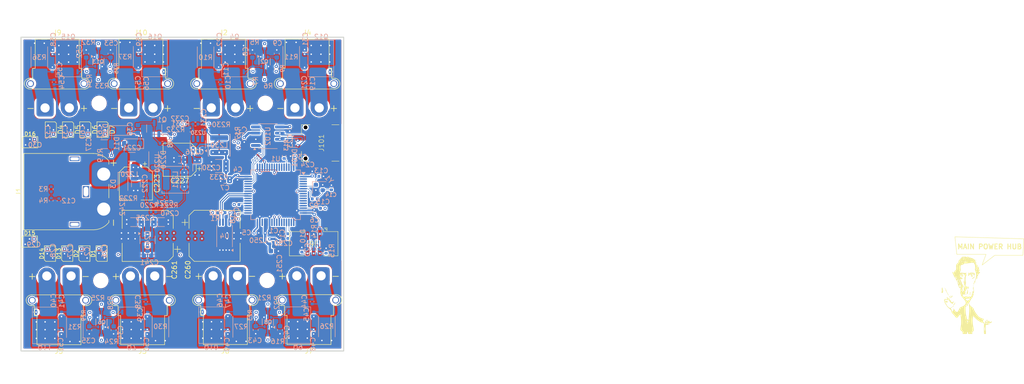
<source format=kicad_pcb>
(kicad_pcb (version 20241229) (generator "pcbnew") (generator_version "9.0")
  (layers (0 "F.Cu" signal) (4 "In1.Cu" mixed "FGND.Cu") (6 "In2.Cu" power "FPWR.Cu") (8 "In3.Cu" power "BPWR.Cu") (10 "In4.Cu" mixed "BGND.Cu") (2 "B.Cu" signal) (13 "F.Paste" user) (15 "B.Paste" user) (5 "F.SilkS" user "F.Silkscreen") (7 "B.SilkS" user "B.Silkscreen") (1 "F.Mask" user) (3 "B.Mask" user) (25 "Edge.Cuts" user))
  (net 0 "")
  (net 1 "GND")
  (net 2 "VDDA")
  (net 3 "+5V")
  (net 4 "VDD")
  (net 5 "Net-(Q2A-C1)")
  (net 6 "Net-(Q12-G)")
  (net 7 "/Analog Stuff/vsense_p2")
  (net 8 "/Power/VBUS_{SENSE}")
  (net 9 "Net-(C14-Pad2)")
  (net 10 "/Analog Stuff/vsense_p3")
  (net 11 "/dbg.nrst")
  (net 12 "VBUS")
  (net 13 "Net-(D11-K)")
  (net 14 "Net-(Q1-D)")
  (net 15 "Vdrive")
  (net 16 "Net-(Q8A-C1)")
  (net 17 "Net-(Q10-G)")
  (net 18 "/Analog Stuff/vsense_p0")
  (net 19 "/Analog Stuff/vsense_p1")
  (net 20 "/Power/12V_{SW}")
  (net 21 "/Power/12V_{BST}")
  (net 22 "+12V")
  (net 23 "/Power/12V_{FB}")
  (net 24 "/Power/3V3_{SW}")
  (net 25 "/Power/3V3_{BST}")
  (net 26 "/Power/3V3_{FB}")
  (net 27 "/Power/CP-")
  (net 28 "/Power/CP+")
  (net 29 "Net-(D1-DIN)")
  (net 30 "Net-(D1-DOUT)")
  (net 31 "Net-(D13-DIN)")
  (net 32 "/dbg.swdio")
  (net 33 "/dbg.swclk")
  (net 34 "/dbg.swo")
  (net 35 "Net-(D13-DOUT)")
  (net 36 "Net-(D14-DOUT)")
  (net 37 "Net-(D15-DOUT)")
  (net 38 "/CANH")
  (net 39 "/CANL")
  (net 40 "/Analog Stuff/clk_in")
  (net 41 "Net-(U1A-PF0-osc_in)")
  (net 42 "Net-(Q2A-B1)")
  (net 43 "Net-(Q8A-B1)")
  (net 44 "Net-(Q8B-B2)")
  (net 45 "/Analog Stuff/~{chan2}")
  (net 46 "/Analog Stuff/~{chan3}")
  (net 47 "/Analog Stuff/~{chan0}")
  (net 48 "/Analog Stuff/~{chan1}")
  (net 49 "/Power/12V_{FBM}")
  (net 50 "/Power/3V3_{FBM}")
  (net 51 "Net-(U102-RXD)")
  (net 52 "Net-(U102-TXD)")
  (net 54 "Net-(U1A-PC5-opamp_vinm_0)")
  (net 55 "Net-(U1A-PA2-opamp_vout_0)")
  (net 56 "Net-(U1A-PB15-opamp_vinm_1)")
  (net 57 "Net-(U1A-PA8-opamp_vout_1)")
  (net 58 "Net-(U1A-PA5-opamp_vinm_2)")
  (net 59 "Net-(U1A-PA6-opamp_vout_2)")
  (net 60 "Net-(U1A-PB11-opamp_vout_3)")
  (net 61 "Net-(U1A-PB1-opamp_vinm_3)")
  (net 62 "/Power/VBUS_{FLT}")
  (net 63 "Net-(Q6A-C1)")
  (net 64 "Net-(Q11-G)")
  (net 65 "/Analog Stuff/vsense_p4")
  (net 66 "/Analog Stuff/vsense_p5")
  (net 67 "/Analog Stuff/vsense_p6")
  (net 68 "/Analog Stuff/vsense_p7")
  (net 69 "Net-(Q13A-C1)")
  (net 70 "Net-(Q6A-B1)")
  (net 71 "Net-(Q6B-B2)")
  (net 72 "Net-(Q13A-B1)")
  (net 73 "Net-(U1A-PC9-i2c_sda)")
  (net 74 "Net-(U1A-PF1-osc_out)")
  (net 75 "Net-(U1A-PC8-i2c_sclk)")
  (net 76 "Net-(U1A-PB8-BOOT0)")
  (net 77 "/Analog Stuff/~{chan6}")
  (net 78 "/Analog Stuff/~{chan7}")
  (net 79 "/Analog Stuff/~{chan4}")
  (net 80 "/Analog Stuff/~{chan5}")
  (net 81 "Net-(Q13B-C2)")
  (net 82 "Net-(Q2B-B2)")
  (net 83 "Net-(Q13B-B2)")
  (net 104 "unconnected-(U1A-PB9-Pad62)")
  (net 116 "Net-(J2-Pin_2)")
  (net 117 "Net-(J4-Pin_2)")
  (net 118 "Net-(J3-Pin_2)")
  (net 119 "Net-(J5-Pin_2)")
  (net 120 "Net-(J7-Pin_2)")
  (net 121 "Net-(J8-Pin_2)")
  (net 122 "Net-(J9-Pin_2)")
  (net 123 "Net-(J10-Pin_2)")
  (net 124 "Net-(D16-DOUT)")
  (net 125 "Net-(D4-DOUT)")
  (net 126 "Net-(D5-DOUT)")
  (net 127 "Net-(D6-DOUT)")
  (footprint "Connector_AMASS:AMASS_XT30PW-F_1x02_P2.50mm_Horizontal" (layer "F.Cu") (at 64.395131 70.633187)
    (property "Reference" "J9")
    (property "Value" "XT30F")
  )
  (footprint "Capacitor_SMD:CP_Elec_10x10" (layer "F.Cu") (at 85.5325 96.99 180)
    (property "Reference" "C261")
    (property "Value" "270u")
  )
  (footprint "Connector_AMASS:AMASS_XT30PW-F_1x02_P2.50mm_Horizontal" (layer "F.Cu") (at 69.75 105.25 180)
    (property "Reference" "J5")
    (property "Value" "XT30F")
  )
  (footprint "LED_SMD:LED_WS2812B-2020_PLCC4_2.0x2.0mm" (layer "F.Cu") (at 61.29 77.7)
    (property "Reference" "D16")
    (property "Value" "WS2812B-2020")
  )
  (footprint "LED_SMD:LED_WS2812B-2020_PLCC4_2.0x2.0mm" (layer "F.Cu") (at 72.5 100.64 90)
    (property "Reference" "D2")
    (property "Value" "WS2812B-2020")
  )
  (footprint "Bluesat:GregHouse" (layer "F.Cu") (at 254.44994 108.504904)
    (property "Reference" "G***" (hide yes))
    (property "Value" "LOGO" (hide yes))
  )
  (footprint "Capacitor_SMD:CP_Elec_10x10" (layer "F.Cu") (at 99.31 96.98)
    (property "Reference" "C260")
    (property "Value" "270u")
  )
  (footprint "Bluesat:SM02B-PASS" (layer "F.Cu") (at 125.45 77.85 -90)
    (property "Reference" "J101")
    (property "Value" "SM02B-PASS")
  )
  (footprint "Bluesat:M2.5" (layer "F.Cu") (at 109.75 69.682009)
    (property "Reference" "H2")
    (property "Value" "MountingHole")
  )
  (footprint "Connector_AMASS:AMASS_XT30PW-F_1x02_P2.50mm_Horizontal" (layer "F.Cu") (at 104.020852 105.212652 180)
    (property "Reference" "J8")
    (property "Value" "XT30F")
  )
  (footprint "LED_SMD:LED_WS2812B-2020_PLCC4_2.0x2.0mm" (layer "F.Cu") (at 68.95 100.64 90)
    (property "Reference" "D13")
    (property "Value" "WS2812B-2020")
  )
  (footprint "LED_SMD:LED_WS2812B-2020_PLCC4_2.0x2.0mm" (layer "F.Cu") (at 65.58 75.1 -90)
    (property "Reference" "D4")
    (property "Value" "WS2812B-2020")
  )
  (footprint "Bluesat:IDC6" (layer "F.Cu") (at 119.72 98.605 180)
    (property "Reference" "J6")
    (property "Value" "IDC6")
  )
  (footprint "Bluesat:M2.5" (layer "F.Cu") (at 75.87 106.2)
    (property "Reference" "H4")
    (property "Value" "MountingHole")
  )
  (footprint "Connector_AMASS:AMASS_XT30PW-F_1x02_P2.50mm_Horizontal" (layer "F.Cu") (at 81.625131 70.633187)
    (property "Reference" "J10")
    (property "Value" "XT30F")
  )
  (footprint "Connector_AMASS:AMASS_XT30PW-F_1x02_P2.50mm_Horizontal" (layer "F.Cu") (at 86.98 105.25 180)
    (property "Reference" "J3")
    (property "Value" "XT30F")
  )
  (footprint "Connector_AMASS:AMASS_XT30PW-F_1x02_P2.50mm_Horizontal" (layer "F.Cu") (at 98.6357 70.632009)
    (property "Reference" "J2")
    (property "Value" "XT30F")
  )
  (footprint "Bluesat:M2.5" (layer "F.Cu") (at 75.52 69.683187)
    (property "Reference" "H1")
    (property "Value" "MountingHole")
  )
  (footprint "Capacitor_SMD:CP_Elec_6.3x7.7" (layer "F.Cu") (at 92.11 81.31 180)
    (property "Reference" "C227")
    (property "Value" "68u")
  )
  (footprint "LED_SMD:LED_WS2812B-2020_PLCC4_2.0x2.0mm" (layer "F.Cu") (at 76.05 100.64 90)
    (property "Reference" "D1")
    (property "Value" "WS2812B-2020")
  )
  (footprint "LED_SMD:LED_WS2812B-2020_PLCC4_2.0x2.0mm" (layer "F.Cu") (at 76.23 75.1 -90)
    (property "Reference" "D7")
    (property "Value" "WS2812B-2020")
  )
  (footprint "LED_SMD:LED_WS2812B-2020_PLCC4_2.0x2.0mm" (layer "F.Cu") (at 65.4 100.64 90)
    (property "Reference" "D14")
    (property "Value" "WS2812B-2020")
  )
  (footprint "LED_SMD:LED_WS2812B-2020_PLCC4_2.0x2.0mm" (layer "F.Cu") (at 61.21 98.17)
    (property "Reference" "D15")
    (property "Value" "WS2812B-2020")
  )
  (footprint "Bluesat:M2.5" (layer "F.Cu") (at 110.13 106.162652)
    (property "Reference" "H3")
    (property "Value" "MountingHole")
  )
  (footprint "Capacitor_SMD:CP_Elec_6.3x7.7" (layer "F.Cu") (at 83.098427 86.202948 -90)
    (property "Reference" "C223")
    (property "Value" "68u")
  )
  (footprint "Connector_AMASS:AMASS_XT30PW-F_1x02_P2.50mm_Horizontal" (layer "F.Cu") (at 115.8657 70.632009)
    (property "Reference" "J4")
    (property "Value" "XT30F")
  )
  (footprint "Connector_AMASS:AMASS_XT30PW-F_1x02_P2.50mm_Horizontal" (layer "F.Cu") (at 121.250852 105.212652 180)
    (property "Reference" "J7")
    (property "Value" "XT30F")
  )
  (footprint "LED_SMD:LED_WS2812B-2020_PLCC4_2.0x2.0mm" (layer "F.Cu") (at 72.68 75.1 -90)
    (property "Reference" "D6")
    (property "Value" "WS2812B-2020")
  )
  (footprint "Connector_AMASS:AMASS_XT60IPW-M_1x03_P7.20mm_Horizontal" (layer "F.Cu") (at 76.472189 91.478046 90)
    (property "Reference" "J1")
    (property "Value" "XT60M")
  )
  (footprint "LED_SMD:LED_WS2812B-2020_PLCC4_2.0x2.0mm" (layer "F.Cu") (at 69.13 75.1 -90)
    (property "Reference" "D5")
    (property "Value" "WS2812B-2020")
  )
  (footprint "Resistor_SMD:R_0402_1005Metric" (layer "B.Cu") (at 72.96803 62.604013 90)
    (property "Reference" "R34")
    (property "Value" "470k")
  )
  (footprint "Resistor_SMD:R_0402_1005Metric" (layer "B.Cu") (at 86.698427 90.692948 180)
    (property "Reference" "R221")
    (property "Value" "47k")
  )
  (footprint "Capacitor_SMD:C_0402_1005Metric" (layer "B.Cu") (at 100.138303 62.707142 -90)
    (property "Reference" "C11")
    (property "Value" "1n")
  )
  (footprint "Resistor_SMD:R_0402_1005Metric" (layer "B.Cu") (at 101.98 92.2 180)
    (property "Reference" "R12")
    (property "Value" "10k")
  )
  (footprint "Diode_SMD:D_SOD-123" (layer "B.Cu") (at 82.338427 78.007948 180)
    (property "Reference" "D11")
    (property "Value" "SBR0560S1-7")
  )
  (footprint "Resistor_SMD:R_0402_1005Metric" (layer "B.Cu") (at 89.048428 90.682948 180)
    (property "Reference" "R220")
    (property "Value" "100k")
  )
  (footprint "Capacitor_SMD:C_0603_1608Metric" (layer "B.Cu") (at 77.874769 59.474779 -90)
    (property "Reference" "C53")
    (property "Value" "100n")
  )
  (footprint "Diode_SMD:D_SOD-123" (layer "B.Cu") (at 86.763427 81.282948 90)
    (property "Reference" "D220")
    (property "Value" "D_Schottky_Small")
  )
  (footprint "Capacitor_SMD:C_0402_1005Metric" (layer "B.Cu") (at 93.078427 73.992948 180)
    (property "Reference" "C232")
    (property "Value" "33p")
  )
  (footprint "Resistor_SMD:R_2512_6332Metric" (layer "B.Cu") (at 63.213318 60.221018 90)
    (property "Reference" "R36")
    (property "Value" "1m")
  )
  (footprint "Capacitor_SMD:C_1206_3216Metric" (layer "B.Cu") (at 83.098427 86.202948 90)
    (property "Reference" "C222")
    (property "Value" "1u")
  )
  (footprint "Capacitor_SMD:C_1210_3225Metric" (layer "B.Cu") (at 100.18 82.6)
    (property "Reference" "C233")
    (property "Value" "22u")
  )
  (footprint "Diode_SMD:D_SMF" (layer "B.Cu") (at 80.438427 86.257948 -90)
    (property "Reference" "D3")
    (property "Value" "30V")
  )
  (footprint "Resistor_SMD:R_0402_1005Metric" (layer "B.Cu") (at 113.64 80.53 -90)
    (property "Reference" "R13")
    (property "Value" "10k")
  )
  (footprint "Capacitor_SMD:C_0402_1005Metric" (layer "B.Cu") (at 102.035983 116.745838 -90)
    (property "Reference" "C49")
    (property "Value" "1n")
  )
  (footprint "Capacitor_SMD:C_0402_1005Metric" (layer "B.Cu") (at 83.84 65.59 -90)
    (property "Reference" "C56")
    (property "Value" "1n")
  )
  (footprint "Resistor_SMD:R_0402_1005Metric" (layer "B.Cu") (at 95.358427 73.962948 180)
    (property "Reference" "R231")
    (property "Value" "10k")
  )
  (footprint "Package_SO:TSSOP-8_4.4x3mm_P0.65mm" (layer "B.Cu") (at 101.365 97.0525 90)
    (property "Reference" "U4")
    (property "Value" "24LC128")
  )
  (footprint "Capacitor_SMD:C_0402_1005Metric" (layer "B.Cu") (at 117.840569 62.748822 -90)
    (property "Reference" "C21")
    (property "Value" "1n")
  )
  (footprint "Capacitor_SMD:C_0402_1005Metric" (layer "B.Cu") (at 117.850569 59.098822 90)
    (property "Reference" "C31")
    (property "Value" "1n")
  )
  (footprint "Package_TO_SOT_SMD:SOT-363_SC-70-6" (layer "B.Cu") (at 75.36803 61.104013 -90)
    (property "Reference" "Q13")
    (property "Value" "Q_Dual_NPN_NPN_E1B1C2E2B2C1")
  )
  (footprint "Resistor_SMD:R_0402_1005Metric" (layer "B.Cu") (at 110.674999 98.125001 -90)
    (property "Reference" "L250")
    (property "Value" "600R")
  )
  (footprint "Resistor_SMD:R_0402_1005Metric" (layer "B.Cu") (at 112.677953 113.241825 -90)
    (property "Reference" "R22")
    (property "Value" "470k")
  )
  (footprint "Capacitor_SMD:C_0402_1005Metric" (layer "B.Cu") (at 104.025 84.975001 90)
    (property "Reference" "C4")
    (property "Value" "220n")
  )
  (footprint "Resistor_SMD:R_0402_1005Metric" (layer "B.Cu") (at 78.407101 113.279173 -90)
    (property "Reference" "R28")
    (property "Value" "470k")
  )
  (footprint "Capacitor_SMD:C_0402_1005Metric" (layer "B.Cu") (at 104.23 93.03 -90)
    (property "Reference" "C18")
    (property "Value" "3n3")
  )
  (footprint "Capacitor_SMD:C_0402_1005Metric" (layer "B.Cu") (at 105.424999 77.21 90)
    (property "Reference" "C25")
    (property "Value" "220n")
  )
  (footprint "Resistor_SMD:R_0402_1005Metric" (layer "B.Cu") (at 76.007101 111.579173 -90)
    (property "Reference" "R25")
    (property "Value" "10k")
  )
  (footprint "Capacitor_SMD:C_0402_1005Metric" (layer "B.Cu") (at 86.688427 92.082948)
    (property "Reference" "C225")
    (property "Value" "33p")
  )
  (footprint "Resistor_SMD:R_2512_6332Metric" (layer "B.Cu") (at 88.161812 115.662169 -90)
    (property "Reference" "R30")
    (property "Value" "1m")
  )
  (footprint "Package_TO_SOT_SMD:SOT-363_SC-70-6" (layer "B.Cu") (at 109.608599 61.102835 -90)
    (property "Reference" "Q2")
    (property "Value" "Q_Dual_NPN_NPN_E1B1C2E2B2C1")
  )
  (footprint "Resistor_SMD:R_0402_1005Metric" (layer "B.Cu") (at 97.608427 73.972948 180)
    (property "Reference" "R230")
    (property "Value" "22k")
  )
  (footprint "Resistor_SMD:R_0402_1005Metric" (layer "B.Cu") (at 109.608599 64.302835 90)
    (property "Reference" "R6")
    (property "Value" "10k")
  )
  (footprint "Inductor_SMD:L_Changjiang_FNR4020S" (layer "B.Cu") (at 100.258427 78.302948 -90)
    (property "Reference" "L230")
    (property "Value" "4u7")
  )
  (footprint "Resistor_SMD:R_0402_1005Metric" (layer "B.Cu") (at 77.55 80.43 180)
    (property "Reference" "R19")
    (property "Value" "470k")
  )
  (footprint "Resistor_SMD:R_2512_6332Metric" (layer "B.Cu") (at 115.100569 60.128822 90)
    (property "Reference" "R11")
    (property "Value" "1m")
  )
  (footprint "Resistor_SMD:R_0603_1608Metric" (layer "B.Cu") (at 81.763427 82.882948)
    (property "Reference" "L220")
    (property "Value" "120R")
  )
  (footprint "Capacitor_SMD:C_0402_1005Metric" (layer "B.Cu") (at 88.963427 89.082948)
    (property "Reference" "C224")
    (property "Value" "100n")
  )
  (footprint "Resistor_SMD:R_0402_1005Metric" (layer "B.Cu") (at 122.2825 100.045001 90)
    (property "Reference" "R15")
    (property "Value" "100k")
  )
  (footprint "Package_TO_SOT_SMD:SOT-23-6" (layer "B.Cu") (at 85.5 97.8125 -90)
    (property "Reference" "U240")
    (property "Value" "HX4002")
  )
  (footprint "Capacitor_SMD:C_0402_1005Metric" (layer "B.Cu") (at 83.6 62.75 -90)
    (property "Reference" "C57")
    (property "Value" "1n")
  )
  (footprint "Bluesat:PQFN_5x6mm_E_SGD" (layer "B.Cu") (at 121.160569 60.128822 -90)
    (property "Reference" "Q12")
    (property "Value" "IRFH7440TRPBF")
  )
  (footprint "Capacitor_SMD:C_0603_1608Metric" (layer "B.Cu") (at 72.868031 59.479013 -90)
    (property "Reference" "C52")
    (property "Value" "100n")
  )
  (footprint "Capacitor_SMD:C_0402_1005Metric" (layer "B.Cu") (at 71.9 100.19 90)
    (property "Reference" "C2")
    (property "Value" "220n")
  )
  (footprint "Capacitor_SMD:C_1206_3216Metric" (layer "B.Cu") (at 95.73 82.95 90)
    (property "Reference" "C230")
    (property "Value" "4u7")
  )
  (footprint "Capacitor_SMD:C_1206_3216Metric" (layer "B.Cu") (at 82.263427 80.707948 180)
    (property "Reference" "C221")
    (property "Value" "1u")
  )
  (footprint "Capacitor_SMD:C_0402_1005Metric" (layer "B.Cu") (at 110.225 96.375001 180)
    (property "Reference" "C1")
    (property "Value" "220n")
  )
  (footprint "Capacitor_SMD:C_0603_1608Metric" (layer "B.Cu") (at 85.5 101.0775 180)
    (property "Reference" "C241")
    (property "Value" "2u2")
  )
  (footprint "Resistor_SMD:R_0402_1005Metric" (layer "B.Cu") (at 75.36803 64.304013 90)
    (property "Reference" "R33")
    (property "Value" "10k")
  )
  (footprint "Resistor_SMD:R_0402_1005Metric" (layer "B.Cu") (at 65.65 87.37 -90)
    (property "Reference" "R3")
    (property "Value" "220k")
  )
  (footprint "Capacitor_SMD:C_0402_1005Metric" (layer "B.Cu") (at 65.937734 59.12 90)
    (property "Reference" "C58")
    (property "Value" "1n")
  )
  (footprint "Capacitor_SMD:C_0402_1005Metric" (layer "B.Cu") (at 76.78 75.625 -90)
    (property "Reference" "C61")
    (property "Value" "220n")
  )
  (footprint "Resistor_SMD:R_0402_1005Metric" (layer "B.Cu") (at 107.871214 113.246059 -90)
    (property "Reference" "R23")
    (property "Value" "470k")
  )
  (footprint "Package_TO_SOT_SMD:TSOT-23-6" (layer "B.Cu") (at 86.228427 86.132948 90)
    (property "Reference" "U220")
    (property "Value" "MP2459GJ-Z-MS")
  )
  (footprint "Capacitor_SMD:C_0402_1005Metric" (layer "B.Cu") (at 114.405 97.035001 -90)
    (property "Reference" "C17")
    (property "Value" "3n3")
  )
  (footprint "Resistor_SMD:R_0402_1005Metric" (layer "B.Cu") (at 65.65 89.725 -90)
    (property "Reference" "R4")
    (property "Value" "10k")
  )
  (footprint "Capacitor_SMD:C_0402_1005Metric" (layer "B.Cu") (at 100.178303 59.118822 90)
    (property "Reference" "C22")
    (property "Value" "1n")
  )
  (footprint "Resistor_SMD:R_0402_1005Metric" (layer "B.Cu") (at 119.94 89.37 180)
    (property "Reference" "R2")
    (property "Value" "470R")
  )
  (footprint "Capacitor_SMD:C_0402_1005Metric" (layer "B.Cu") (at 118.080569 65.588822 -90)
    (property "Reference" "C19")
    (property "Value" "1n")
  )
  (footprint "Resistor_SMD:R_0402_1005Metric" (layer "B.Cu") (at 75.36979 57.91 -90)
    (property "Reference" "R32")
    (property "Value" "10k")
  )
  (footprint "Capacitor_SMD:C_0402_1005Metric" (layer "B.Cu") (at 119.405983 110.525839 90)
    (property "Reference" "C44")
    (property "Value" "1n")
  )
  (footprint "Capacitor_SMD:C_0402_1005Metric" (layer "B.Cu") (at 107.925 96.375001 180)
    (property "Reference" "C5")
    (property "Value" "220n")
  )
  (footprint "Capacitor_SMD:C_0603_1608Metric" (layer "B.Cu") (at 83.488427 74.957948 -90)
    (property "Reference" "C36")
    (property "Value" "100n")
  )
  (footprint "Resistor_SMD:R_0402_1005Metric" (layer "B.Cu") (at 84.758428 89.262948 180)
    (property "Reference" "R222")
    (property "Value" "10k")
  )
  (footprint "Capacitor_SMD:C_0402_1005Metric" (layer "B.Cu") (at 61.66 97.62)
    (property "Reference" "C29")
    (property "Value" "220n")
  )
  (footprint "Capacitor_SMD:C_0402_1005Metric" (layer "B.Cu") (at 69.68 75.625 -90)
    (property "Reference" "C33")
    (property "Value" "220n")
  )
  (footprint "Capacitor_SMD:C_0402_1005Metric" (layer "B.Cu") (at 66.13 75.625 -90)
    (property "Reference" "C32")
    (property "Value" "220n")
  )
  (footprint "Bluesat:PQFN_5x6mm_E_SGD" (layer "B.Cu") (at 69.1725 60.14 -90)
    (property "Reference" "Q15")
    (property "Value" "IRFH7440TRPBF")
  )
  (footprint "Capacitor_SMD:C_0402_1005Metric" (layer "B.Cu") (at 119.425 84.175001 -90)
    (property "Reference" "C24")
    (property "Value" "220n")
  )
  (footprint "Resistor_SMD:R_0402_1005Metric" (layer "B.Cu") (at 120.9825 96.045001 -90)
    (property "Reference" "R14")
    (property "Value" "100k")
  )
  (footprint "Resistor_SMD:R_0402_1005Metric" (layer "B.Cu") (at 110.277953 111.541825 -90)
    (property "Reference" "R21")
    (property "Value" "10k")
  )
  (footprint "Resistor_SMD:R_0402_1005Metric" (layer "B.Cu") (at 77.774769 62.599779 90)
    (property "Reference" "R35")
    (property "Value" "470k")
  )
  (footprint "Capacitor_SMD:C_0402_1005Metric" (layer "B.Cu") (at 67.535131 110.293186 90)
    (property "Reference" "C40")
    (property "Value" "1n")
  )
  (footprint "Capacitor_SMD:C_0402_1005Metric" (layer "B.Cu") (at 117.2825 99.845001 90)
    (property "Reference" "C20")
    (property "Value" "10n")
  )
  (footprint "Capacitor_SMD:C_0603_1608Metric" (layer "B.Cu") (at 78.5071 116.404173 90)
    (property "Reference" "C34")
    (property "Value" "100n")
  )
  (footprint "Capacitor_SMD:C_0402_1005Metric" (layer "B.Cu") (at 123.375 87.025 -90)
    (property "Reference" "C14")
    (property "Value" "10p")
  )
  (footprint "Capacitor_SMD:C_0402_1005Metric" (layer "B.Cu") (at 67.775131 113.133186 90)
    (property "Reference" "C41")
    (property "Value" "1n")
  )
  (footprint "Capacitor_SMD:C_0402_1005Metric" (layer "B.Cu") (at 97.278427 75.212948)
    (property "Reference" "C231")
    (property "Value" "220n")
  )
  (footprint "Capacitor_SMD:C_0402_1005Metric" (layer "B.Cu") (at 100.480569 65.318822 -90)
    (property "Reference" "C10")
    (property "Value" "1n")
  )
  (footprint "Capacitor_SMD:C_0603_1608Metric" (layer "B.Cu") (at 107.1086 59.477835 -90)
    (property "Reference" "C8")
    (property "Value" "100n")
  )
  (footprint "Resistor_SMD:R_0402_1005Metric" (layer "B.Cu") (at 76.005341 117.973186 90)
    (property "Reference" "R24")
    (property "Value" "10k")
  )
  (footprint "Capacitor_SMD:C_0402_1005Metric" (layer "B.Cu") (at 83.61 59.1 90)
    (property "Reference" "C59")
    (property "Value" "1n")
  )
  (footprint "Package_QFP:LQFP-64_10x10mm_P0.5mm" (layer "B.Cu") (at 111.875 88.525 180)
    (property "Reference" "U1")
    (property "Value" "STM32G474RBT6")
  )
  (footprint "Bluesat:PQFN_5x6mm_E_SGD" (layer "B.Cu") (at 86.92 60.13 -90)
    (property "Reference" "Q16")
    (property "Value" "IRFH7440TRPBF")
  )
  (footprint "Capacitor_SMD:C_0402_1005Metric" (layer "B.Cu") (at 73.23 75.625 -90)
    (property "Reference" "C60")
    (property "Value" "220n")
  )
  (footprint "Resistor_SMD:R_0402_1005Metric" (layer "B.Cu") (at 109.610359 57.908822 -90)
    (property "Reference" "R5")
    (property "Value" "10k")
  )
  (footprint "Capacitor_SMD:C_0402_1005Metric" (layer "B.Cu") (at 68.4 100.19 90)
    (property "Reference" "C27")
    (property "Value" "220n")
  )
  (footprint "Capacitor_SMD:C_0402_1005Metric" (layer "B.Cu") (at 61.74 77.1)
    (property "Reference" "C30")
    (property "Value" "220n")
  )
  (footprint "Capacitor_SMD:C_0402_1005Metric" (layer "B.Cu") (at 67.765131 116.783186 -90)
    (property "Reference" "C51")
    (property "Value" "1n")
  )
  (footprint "Bluesat:PQFN_5x6mm_E_SGD" (layer "B.Cu") (at 98.725983 115.715838 90)
    (property "Reference" "Q10")
    (property "Value" "IRFH7440TRPBF")
  )
  (footprint "Capacitor_SMD:C_0402_1005Metric" (layer "B.Cu") (at 65.897734 62.70832 -90)
    (property "Reference" "C55")
    (property "Value" "1n")
  )
  (footprint "Capacitor_SMD:C_0603_1608Metric" (layer "B.Cu") (at 112.115338 59.473601 -90)
    (property "Reference" "C9")
    (property "Value" "100n")
  )
  (footprint "Inductor_SMD:L_Changjiang_FNR5040S" (layer "B.Cu") (at 91.213427 85.432948 180)
    (property "Reference" "L221")
    (property "Value" "15u")
  )
  (footprint "Capacitor_SMD:C_0402_1005Metric" (layer "B.Cu") (at 66.24 65.32 -90)
    (property "Reference" "C54")
    (property "Value" "1n")
  )
  (footprint "Crystal:Crystal_SMD_2016-4Pin_2.0x1.6mm" (layer "B.Cu") (at 120.875 87.025)
    (property "Reference" "Y1")
    (property "Value" "24MHz")
  )
  (footprint "Capacitor_SMD:C_1206_3216Metric" (layer "B.Cu") (at 88.29 94.1525 180)
    (property "Reference" "C240")
    (property "Value" "10u")
  )
  (footprint "Capacitor_SMD:C_0402_1005Metric" (layer "B.Cu") (at 67.25 89.77 90)
    (property "Reference" "C12")
    (property "Value" "10n")
  )
  (footprint "Capacitor_SMD:C_0603_1608Metric" (layer "B.Cu") (at 112.475 97.525001 -90)
    (property "Reference" "C250")
    (property "Value" "2u2")
  )
  (footprint "Package_SO:SOIC-8_3.9x4.9mm_P1.27mm" (layer "B.Cu") (at 110.275 76.46)
    (property "Reference" "U102")
    (property "Value" "TCAN1462V")
  )
  (footprint "Capacitor_SMD:C_1206_3216Metric" (layer "B.Cu") (at 76.588427 78.107948)
    (property "Reference" "C37")
    (property "Value" "1u")
  )
  (footprint "Resistor_SMD:R_2512_6332Metric" (layer "B.Cu") (at 97.453887 60.21984 90)
    (property "Reference" "R10")
    (property "Value" "1m")
  )
  (footprint "Diode_SMD:D_SOD-123" (layer "B.Cu") (at 80.03 75.28)
    (property "Reference" "D12")
    (property "Value" "SBR0560S1-7")
  )
  (footprint "Capacitor_SMD:C_0603_1608Metric" (layer "B.Cu") (at 73.500362 116.408407 90)
    (property "Reference" "C35")
    (property "Value" "100n")
  )
  (footprint "Resistor_SMD:R_0402_1005Metric" (layer "B.Cu") (at 88.57 77.9 180)
    (property "Reference" "R8")
    (property "Value" "100R")
  )
  (footprint "Capacitor_SMD:C_1206_3216Metric" (layer "B.Cu") (at 82.71 94.1625)
    (property "Reference" "C242")
    (property "Value" "10u")
  )
  (footprint "Package_TO_SOT_SMD:SOT-363_SC-70-6" (layer "B.Cu") (at 76.007101 114.779173 90)
    (property "Reference" "Q6")
    (property "Value" "Q_Dual_NPN_NPN_E1B1C2E2B2C1")
  )
  (footprint "Capacitor_SMD:C_0402_1005Metric" (layer "B.Cu") (at 114.775 74.96 90)
    (property "Reference" "C23")
    (property "Value" "220n")
  )
  (footprint "Bluesat:PQFN_5x6mm_E_SGD" (layer "B.Cu") (at 116.473483 115.705839 90)
    (property "Reference" "Q9")
    (property "Value" "IRFH7440TRPBF")
  )
  (footprint "Capacitor_SMD:C_0402_1005Metric" (layer "B.Cu") (at 85.477397 113.174867 90)
    (property "Reference" "C39")
    (property "Value" "1n")
  )
  (footprint "Capacitor_SMD:C_0402_1005Metric" (layer "B.Cu") (at 115.425 80.575001)
    (property "Reference" "C3")
    (property "Value" "220n")
  )
  (footprint "Capacitor_SMD:C_0402_1005Metric" (layer "B.Cu") (at 119.825 92.075001 -90)
    (property "Reference" "C6")
    (property "Value" "220n")
  )
  (footprint "Capacitor_SMD:C_0402_1005Metric" (layer "B.Cu") (at 85.135131 110.563187 90)
    (property "Reference" "C38")
    (property "Value" "1n")
  )
  (footprint "Resistor_SMD:R_0402_1005Metric" (layer "B.Cu") (at 73.600362 113.283407 -90)
    (property "Reference" "R29")
    (property "Value" "470k")
  )
  (footprint "Resistor_SMD:R_0402_1005Metric" (layer "B.Cu") (at 110.276193 117.935838 90)
    (property "Reference" "R16")
    (property "Value" "10k")
  )
  (footprint "Capacitor_SMD:C_0402_1005Metric" (layer "B.Cu") (at 121.605 91.315001)
    (property "Reference" "C15")
    (property "Value" "3n3")
  )
  (footprint "Bluesat:PQFN_5x6mm_E_SGD" (layer "B.Cu") (at 82.202631 115.743187 90)
    (property "Reference" "Q7")
    (property "Value" "IRFH7440TRPBF")
  )
  (footprint "Resistor_SMD:R_2512_6332Metric" (layer "B.Cu") (at 122.432664 115.624821 -90)
    (property "Reference" "R26")
    (property "Value" "1m")
  )
  (footprint "Package_TO_SOT_SMD:SOT-23-3" (layer "B.Cu") (at 86.88 74.87 90)
    (property "Reference" "Q1")
    (property "Value" "SSM3K333R")
  )
  (footprint "Capacitor_SMD:C_0402_1005Metric" (layer "B.Cu") (at 119.708249 116.725839 -90)
    (property "Reference" "C48")
    (property "Value" "1n")
  )
  (footprint "Capacitor_SMD:C_0402_1005Metric" (layer "B.Cu") (at 121.275 84.725 180)
    (property "Reference" "C13")
    (property "Value" "10p")
  )
  (footprint "Resistor_SMD:R_0402_1005Metric" (layer "B.Cu") (at 107.208599 62.602835 90)
    (property "Reference" "R7")
    (property "Value" "470k")
  )
  (footprint "Capacitor_SMD:C_0402_1005Metric" (layer "B.Cu") (at 101.805983 110.255838 90)
    (property "Reference" "C46")
    (property "Value" "1n")
  )
  (footprint "Capacitor_SMD:C_0402_1005Metric" (layer "B.Cu") (at 103.835 90.545001)
    (property "Reference" "C16")
    (property "Value" "3n3")
  )
  (footprint "Resistor_SMD:R_0402_1005Metric" (layer "B.Cu") (at 112.015338 62.598601 90)
    (property "Reference" "R9")
    (property "Value" "470k")
  )
  (footprint "Resistor_SMD:R_0402_1005Metric" (layer "B.Cu") (at 104.18 78.33 -90)
    (property "Reference" "R17")
    (property "Value" "1k")
  )
  (footprint "Resistor_SMD:R_0402_1005Metric" (layer "B.Cu") (at 94.338427 75.202948 180)
    (property "Reference" "R232")
    (property "Value" "10k")
  )
  (footprint "Bluesat:PQFN_5x6mm_E_SGD" (layer "B.Cu") (at 103.413069 60.138822 -90)
    (property "Reference" "Q4")
    (property "Value" "IRFH7440TRPBF")
  )
  (footprint "Capacitor_SMD:C_0402_1005Metric" (layer "B.Cu") (at 119.748249 113.137519 90)
    (property "Reference" "C45")
    (property "Value" "1n")
  )
  (footprint "Capacitor_SMD:C_0603_1608Metric" (layer "B.Cu") (at 112.777952 116.366825 90)
    (property "Reference" "C42")
    (property "Value" "100n")
  )
  (footprint "Package_TO_SOT_SMD:TSOT-23-6" (layer "B.Cu") (at 95.850927 78.152948 90)
    (property "Reference" "U230")
    (property "Value" "AP62200TWU")
  )
  (footprint "Resistor_SMD:R_0402_1005Metric" (layer "B.Cu") (at 99.42 92.23)
    (property "Reference" "R1")
    (property "Value" "10k")
  )
  (footprint "Resistor_SMD:R_2512_6332Metric" (layer "B.Cu") (at 80.86 60.13 90)
    (property "Reference" "R37")
    (property "Value" "1m")
  )
  (footprint "Capacitor_SMD:C_0402_1005Metric" (layer "B.Cu") (at 85.437397 116.763187 -90)
    (property "Reference" "C50")
    (property "Value" "1n")
  )
  (footprint "Capacitor_SMD:C_0805_2012Metric" (layer "B.Cu") (at 101.440001 85.42)
    (property "Reference" "C7")
    (property "Value" "4u7")
  )
  (footprint "Resistor_SMD:R_2512_6332Metric" (layer "B.Cu") (at 70.515131 115.753186 -90)
    (property "Reference" "R31")
    (property "Value" "1m")
  )
  (footprint "Package_TO_SOT_SMD:SOT-523" (layer "B.Cu") (at 115.805001 77.85 180)
    (property "Reference" "D101")
    (property "Value" "5V")
  )
  (footprint "Capacitor_SMD:C_0603_1608Metric" (layer "B.Cu") (at 107.771214 116.371059 90)
    (property "Reference" "C43")
    (property "Value" "100n")
  )
  (footprint "Bluesat:PQFN_5x6mm_E_SGD" (layer "B.Cu") (at 64.455131 115.753186 90)
    (property "Reference" "Q11")
    (property "Value" "IRFH7440TRPBF")
  )
  (footprint "Resistor_SMD:R_2512_6332Metric" (layer "B.Cu") (at 104.785983 115.715838 -90)
    (property "Reference" "R27")
    (property "Value" "1m")
  )
  (footprint "Capacitor_SMD:C_0402_1005Metric" (layer "B.Cu") (at 64.85 100.19 90)
    (property "Reference" "C28")
    (property "Value" "220n")
  )
  (footprint "Capacitor_SMD:C_0402_1005Metric" (layer "B.Cu") (at 102.045983 113.095838 90)
    (property "Reference" "C47")
    (property "Value" "1n")
  )
  (footprint "Capacitor_SMD:C_0603_1608Metric" (layer "B.Cu") (at 111.674999 100.125002 180)
    (property "Reference" "C251")
    (property "Value" "2u2")
  )
  (footprint "Package_DFN_QFN:Diodes_UDFN-10_1.0x2.5mm_P0.5mm" (layer "B.Cu") (at 119.72 98.617501 90)
    (property "Reference" "D10")
    (property "Value" "D_TVS_Dual_Compact")
  )
  (footprint "Capacitor_SMD:C_0402_1005Metric" (layer "B.Cu") (at 75.48 100.11 90)
    (property "Reference" "C26")
    (property "Value" "220n")
  )
  (footprint "Capacitor_SMD:C_0805_2012Metric" (layer "B.Cu") (at 92.11 81.31)
    (property "Reference" "C226")
    (property "Value" "1u")
  )
  (footprint "Package_TO_SOT_SMD:SOT-363_SC-70-6" (layer "B.Cu") (at 110.277953 114.741825 90)
    (property "Reference" "Q8")
    (property "Value" "Q_Dual_NPN_NPN_E1B1C2E2B2C1")
  )
  (gr_poly (pts (xy 257.4 103) (xy 258.2 100.8) (xy 252.200002 100.8) (xy 251.798709 97.188368) (xy 266 97.6) (xy 265.8 101) (xy 260 101)) (stroke (width 0.1)) (fill no) (layer "F.SilkS"))
  (gr_rect (start 59.44 56.070001) (end 125.9 120.700001) (stroke (width 0.2)) (fill no) (layer "Edge.Cuts"))
  (gr_text "MAIN POWER HUB" (at 252.2 99.8 0) (layer "F.SilkS") (effects (font (size 1 1) (thickness 0.2) (bold yes)) (justify left bottom)))
  (via (at 69.68 75.145) (size 0.6) (drill 0.3) (layers "F.Cu" "B.Cu") (net 1))
  (via (at 121.755 84.725) (size 0.6) (drill 0.3) (layers "F.Cu" "B.Cu") (net 1))
  (via (at 115.160001 77.85) (size 0.6) (drill 0.3) (layers "F.Cu" "B.Cu") (net 1))
  (via (at 83.488427 87.632948) (size 0.6) (drill 0.3) (layers "F.Cu" "B.Cu") (net 1))
  (via (at 60.375 78.25) (size 0.6) (drill 0.3) (layers "F.Cu" "B.Cu") (net 1))
  (via (at 104.71 97.58) (size 0.6) (drill 0.3) (layers "F.Cu" "B.Cu") (net 1))
  (via (at 101.69 99.915) (size 0.6) (drill 0.3) (layers "F.Cu" "B.Cu") (net 1))
  (via (at 102.34 99.915) (size 0.6) (drill 0.3) (layers "F.Cu" "B.Cu") (net 1))
  (via (at 117.2825 99.365001) (size 0.6) (drill 0.3) (layers "F.Cu" "B.Cu") (net 1))
  (via (at 119.72 96.604999) (size 0.6) (drill 0.3) (layers "F.Cu" "B.Cu") (net 1))
  (via (at 75.68 74.185) (size 0.6) (drill 0.3) (layers "F.Cu" "B.Cu") (net 1))
  (via (at 85.437397 117.243187) (size 0.6) (drill 0.3) (layers "F.Cu" "B.Cu") (net 1))
  (via (at 65.897734 62.22832) (size 0.6) (drill 0.3) (layers "F.Cu" "B.Cu") (net 1))
  (via (at 122.2825 99.535002) (size 0.6) (drill 0.3) (layers "F.Cu" "B.Cu") (net 1))
  (via (at 112.115338 58.698601) (size 0.6) (drill 0.3) (layers "F.Cu" "B.Cu") (net 1))
  (via (at 109.477953 113.741826) (size 0.6) (drill 0.3) (layers "F.Cu" "B.Cu") (net 1))
  (via (at 119.748249 113.617519) (size 0.6) (drill 0.3) (layers "F.Cu" "B.Cu") (net 1))
  (via (at 123.375 86.545) (size 0.6) (drill 0.3) (layers "F.Cu" "B.Cu") (net 1))
  (via (at 102.035983 117.225839) (size 0.6) (drill 0.3) (layers "F.Cu" "B.Cu") (net 1))
  (via (at 114.945 80.575001) (size 0.6) (drill 0.3) (layers "F.Cu" "B.Cu") (net 1))
  (via (at 76.6 101.555) (size 0.6) (drill 0.3) (layers "F.Cu" "B.Cu") (net 1))
  (via (at 73.05 101.555) (size 0.6) (drill 0.3) (layers "F.Cu" "B.Cu") (net 1))
  (via (at 82.9325 97.59) (size 0.6) (drill 0.3) (layers "F.Cu" "B.Cu") (net 1))
  (via (at 64.85 100.67) (size 0.6) (drill 0.3) (layers "F.Cu" "B.Cu") (net 1))
  (via (at 81.5325 96.39) (size 0.6) (drill 0.3) (layers "F.Cu" "B.Cu") (net 1))
  (via (at 110.625 92.975001) (size 0.6) (drill 0.3) (layers "F.Cu" "B.Cu") (net 1))
  (via (at 111.077953 115.741826) (size 0.6) (drill 0.3) (layers "F.Cu" "B.Cu") (net 1))
  (via (at 102.045983 113.575839) (size 0.6) (drill 0.3) (layers "F.Cu" "B.Cu") (net 1))
  (via (at 68.58 74.185) (size 0.6) (drill 0.3) (layers "F.Cu" "B.Cu") (net 1))
  (via (at 61.18 97.62) (size 0.6) (drill 0.3) (layers "F.Cu" "B.Cu") (net 1))
  (via (at 90.934999 80.935) (size 0.6) (drill 0.3) (layers "F.Cu" "B.Cu") (net 1))
  (via (at 85.5 96.675) (size 0.6) (drill 0.3) (layers "F.Cu" "B.Cu") (net 1))
  (via (at 117.840569 62.268822) (size 0.6) (drill 0.3) (layers "F.Cu" "B.Cu") (net 1))
  (via (at 116.100569 57.128822) (size 0.6) (drill 0.3) (layers "F.Cu" "B.Cu") (net 1))
  (via (at 110.408599 62.102835) (size 0.6) (drill 0.3) (layers "F.Cu" "B.Cu") (net 1))
  (via (at 114.100569 57.128822) (size 0.6) (drill 0.3) (layers "F.Cu" "B.Cu") (net 1))
  (via (at 61.26 77.1) (size 0.6) (drill 0.3) (layers "F.Cu" "B.Cu") (net 1))
  (via (at 116.225 91.775001) (size 0.6) (drill 0.3) (layers "F.Cu" "B.Cu") (net 1))
  (via (at 103.31 97.58) (size 0.6) (drill 0.3) (layers "F.Cu" "B.Cu") (net 1))
  (via (at 81.5325 97.59) (size 0.6) (drill 0.3) (layers "F.Cu" "B.Cu") (net 1))
  (via (at 75.48 100.59) (size 0.6) (drill 0.3) (layers "F.Cu" "B.Cu") (net 1))
  (via (at 112.777952 117.141826) (size 0.6) (drill 0.3) (layers "F.Cu" "B.Cu") (net 1))
  (via (at 83.6 62.27) (size 0.6) (drill 0.3) (layers "F.Cu" "B.Cu") (net 1))
  (via (at 67.775131 113.613187) (size 0.6) (drill 0.3) (layers "F.Cu" "B.Cu") (net 1))
  (via (at 77.874769 58.699779) (size 0.6) (drill 0.3) (layers "F.Cu" "B.Cu") (net 1))
  (via (at 90.959999 81.735) (size 0.6) (drill 0.3) (layers "F.Cu" "B.Cu") (net 1))
  (via (at 120.175 87.575) (size 0.6) (drill 0.3) (layers "F.Cu" "B.Cu") (net 1))
  (via (at 100.39 99.915) (size 0.6) (drill 0.3) (layers "F.Cu" "B.Cu") (net 1))
  (via (at 65.03 74.185) (size 0.6) (drill 0.3) (layers "F.Cu" "B.Cu") (net 1))
  (via (at 81.21 93.6625) (size 0.6) (drill 0.3) (layers "F.Cu" "B.Cu") (net 1))
  (via (at 75.207101 113.779174) (size 0.6) (drill 0.3) (layers "F.Cu" "B.Cu") (net 1))
  (via (at 76.78 75.145) (size 0.6) (drill 0.3) (layers "F.Cu" "B.Cu") (net 1))
  (via (at 80.1325 96.39) (size 0.6) (drill 0.3) (layers "F.Cu" "B.Cu") (net 1))
  (via (at 112.475 96.750001) (size 0.6) (drill 0.3) (layers "F.Cu" "B.Cu") (net 1))
  (via (at 60.295 98.72) (size 0.6) (drill 0.3) (layers "F.Cu" "B.Cu") (net 1))
  (via (at 73.500362 117.183408) (size 0.6) (drill 0.3) (layers "F.Cu" "B.Cu") (net 1))
  (via (at 71.9 100.67) (size 0.6) (drill 0.3) (layers "F.Cu" "B.Cu") (net 1))
  (via (at 101.91 97.58) (size 0.6) (drill 0.3) (layers "F.Cu" "B.Cu") (net 1))
  (via (at 121.575 86.475) (size 0.6) (drill 0.3) (layers "F.Cu" "B.Cu") (net 1))
  (via (at 89.77 93.7525) (size 0.6) (drill 0.3) (layers "F.Cu" "B.Cu") (net 1))
  (via (at 105.425 77.69) (size 0.6) (drill 0.3) (layers "F.Cu" "B.Cu") (net 1))
  (via (at 100.178303 58.638822) (size 0.6) (drill 0.3) (layers "F.Cu" "B.Cu") (net 1))
  (via (at 95.28 84.469999) (size 0.6) (drill 0.3) (layers "F.Cu" "B.Cu") (net 1))
  (via (at 107.1086 58.702835) (size 0.6) (drill 0.3) (layers "F.Cu" "B.Cu") (net 1))
  (via (at 117.850569 58.618822) (size 0.6) (drill 0.3) (layers "F.Cu" "B.Cu") (net 1))
  (via (at 82.9325 96.39) (size 0.6) (drill 0.3) (layers "F.Cu" "B.Cu") (net 1))
  (via (at 100.540001 85.12) (size 0.6) (drill 0.3) (layers "F.Cu" "B.Cu") (net 1))
  (via (at 98.473887 57.30234) (size 0.6) (drill 0.3) (layers "F.Cu" "B.Cu") (net 1))
  (via (at 78.5071 117.179174) (size 0.6) (drill 0.3) (layers "F.Cu" "B.Cu") (net 1))
  (via (at 104.71 96.38) (size 0.6) (drill 0.3) (layers "F.Cu" "B.Cu") (net 1))
  (via (at 101.04 99.915) (size 0.6) (drill 0.3) (layers "F.Cu" "B.Cu") (net 1))
  (via (at 103.31 96.38) (size 0.6) (drill 0.3) (layers "F.Cu" "B.Cu") (net 1))
  (via (at 73.23 75.145) (size 0.6) (drill 0.3) (layers "F.Cu" "B.Cu") (net 1))
  (via (at 62.233318 57.303518) (size 0.6) (drill 0.3) (layers "F.Cu" "B.Cu") (net 1))
  (via (at 85.477397 113.654867) (size 0.6) (drill 0.3) (layers "F.Cu" "B.Cu") (net 1))
  (via (at 96.800926 79.290448) (size 0.6) (drill 0.3) (layers "F.Cu" "B.Cu") (net 1))
  (via (at 103.785983 118.715839) (size 0.6) (drill 0.3) (layers "F.Cu" "B.Cu") (net 1))
  (via (at 108.808599 60.102835) (size 0.6) (drill 0.3) (layers "F.Cu" "B.Cu") (net 1))
  (via (at 82.638427 87.657948) (size 0.6) (drill 0.3) (layers "F.Cu" "B.Cu") (net 1))
  (via (at 68.4 100.67) (size 0.6) (drill 0.3) (layers "F.Cu" "B.Cu") (net 1))
  (via (at 96.473887 57.30234) (size 0.6) (drill 0.3) (layers "F.Cu" "B.Cu") (net 1))
  (via (at 108.405 96.375001) (size 0.6) (drill 0.3) (layers "F.Cu" "B.Cu") (net 1))
  (via (at 107.8 77.095) (size 0.6) (drill 0.3) (layers "F.Cu" "B.Cu") (net 1))
  (via (at 79.86 57.13) (size 0.6) (drill 0.3) (layers "F.Cu" "B.Cu") (net 1))
  (via (at 76.807101 115.779174) (size 0.6) (drill 0.3) (layers "F.Cu" "B.Cu") (net 1))
  (via (at 110.705 96.375001) (size 0.6) (drill 0.3) (layers "F.Cu" "B.Cu") (net 1))
  (via (at 71.515131 118.753187) (size 0.6) (drill 0.3) (layers "F.Cu" "B.Cu") (net 1))
  (via (at 101.91 96.38) (size 0.6) (drill 0.3) (layers "F.Cu" "B.Cu") (net 1))
  (via (at 69.515131 118.753187) (size 0.6) (drill 0.3) (layers "F.Cu" "B.Cu") (net 1))
  (via (at 112.449999 100.125002) (size 0.6) (drill 0.3) (layers "F.Cu" "B.Cu") (net 1))
  (via (at 72.13 74.185) (size 0.6) (drill 0.3) (layers "F.Cu" "B.Cu") (net 1))
  (via (at 119.825 91.595001) (size 0.6) (drill 0.3) (layers "F.Cu" "B.Cu") (net 1))
  (via (at 105.785983 118.715839) (size 0.6) (drill 0.3) (layers "F.Cu" "B.Cu") (net 1))
  (via (at 72.868031 58.704013) (size 0.6) (drill 0.3) (layers "F.Cu" "B.Cu") (net 1))
  (via (at 119.708249 117.205839) (size 0.6) (drill 0.3) (layers "F.Cu" "B.Cu") (net 1))
  (via (at 89.141813 118.579669) (size 0.6) (drill 0.3) (layers "F.Cu" "B.Cu") (net 1))
  (via (at 64.233318 57.303518) (size 0.6) (drill 0.3) (layers "F.Cu" "B.Cu") (net 1))
  (via (at 123.412665 118.542321) (size 0.6) (drill 0.3) (layers "F.Cu" "B.Cu") (net 1))
  (via (at 74.56803 60.104013) (size 0.6) (drill 0.3) (layers "F.Cu" "B.Cu") (net 1))
  (via (at 65.95 101.555) (size 0.6) (drill 0.3) (layers "F.Cu" "B.Cu") (net 1))
  (via (at 81.86 57.13) (size 0.6) (drill 0.3) (layers "F.Cu" "B.Cu") (net 1))
  (via (at 119.425 83.695001) (size 0.6) (drill 0.3) (layers "F.Cu" "B.Cu") (net 1))
  (via (at 83.61 58.62) (size 0.6) (drill 0.3) (layers "F.Cu" "B.Cu") (net 1))
  (via (at 66.13 75.145) (size 0.6) (drill 0.3) (layers "F.Cu" "B.Cu") (net 1))
  (via (at 114.774999 75.44) (size 0.6) (drill 0.3) (layers "F.Cu" "B.Cu") (net 1))
  (via (at 96.13 84.469999) (size 0.6) (drill 0.3) (layers "F.Cu" "B.Cu") (net 1))
  (via (at 107.771214 117.14606) (size 0.6) (drill 0.3) (layers "F.Cu" "B.Cu") (net 1))
  (via (at 108.625 92.975001) (size 0.6) (drill 0.3) (layers "F.Cu" "B.Cu") (net 1))
  (via (at 98.66 82.63) (size 0.6) (drill 0.3) (layers "F.Cu" "B.Cu") (net 1))
  (via (at 76.16803 62.104013) (size 0.6) (drill 0.3) (layers "F.Cu" "B.Cu") (net 1))
  (via (at 98.66 81.75) (size 0.6) (drill 0.3) (layers "F.Cu" "B.Cu") (net 1))
  (via (at 65.937734 58.64) (size 0.6) (drill 0.3) (layers "F.Cu" "B.Cu") (net 1))
  (via (at 104.025 85.455001) (size 0.6) (drill 0.3) (layers "F.Cu" "B.Cu") (net 1))
  (via (at 69.5 101.555) (size 0.6) (drill 0.3) (layers "F.Cu" "B.Cu") (net 1))
  (via (at 67.765131 117.263187) (size 0.6) (drill 0.3) (layers "F.Cu" "B.Cu") (net 1))
  (via (at 100.138303 62.227142) (size 0.6) (drill 0.3) (layers "F.Cu" "B.Cu") (net 1))
  (via (at 81.21 94.5625) (size 0.6) (drill 0.3) (layers "F.Cu" "B.Cu") (net 1))
  (via (at 121.412665 118.542321) (size 0.6) (drill 0.3) (layers "F.Cu" "B.Cu") (net 1))
  (via (at 87.141813 118.579669) (size 0.6) (drill 0.3) (layers "F.Cu" "B.Cu") (net 1))
  (via (at 89.77 94.5525) (size 0.6) (drill 0.3) (layers "F.Cu" "B.Cu") (net 1))
  (via (at 100.540001 85.72) (size 0.6) (drill 0.3) (layers "F.Cu" "B.Cu") (net 1))
  (via (at 80.1325 97.59) (size 0.6) (drill 0.3) (layers "F.Cu" "B.Cu") (net 1))
  (via (at 98.66 83.51) (size 0.6) (drill 0.3) (layers "F.Cu" "B.Cu") (net 1))
  (segment (start 86.228427 87.270448) (end 86.228427 88.772948) (width 0.4) (layer "B.Cu") (net 1))
  (segment (start 108.405 96.375001) (end 108.626 96.154001) (width 0.3) (layer "B.Cu") (net 1))
  (segment (start 110.625 96.295001) (end 110.705 96.375001) (width 0.3) (layer "B.Cu") (net 1))
  (segment (start 87.313427 89.857948) (end 90.513427 89.857948) (width 0.4) (layer "B.Cu") (net 1))
  (segment (start 91.160001 81.31) (end 89.482949 79.632948) (width 0.4) (layer "B.Cu") (net 1))
  (segment (start 96.800926 79.290448) (end 97.59 80.079522) (width 0.4) (layer "B.Cu") (net 1))
  (segment (start 91.163429 89.207946) (end 91.163429 81.313428) (width 0.4) (layer "B.Cu") (net 1))
  (segment (start 97.59 80.079522) (end 97.59 81.56) (width 0.4) (layer "B.Cu") (net 1))
  (segment (start 86.228427 87.270448) (end 86.228427 86.497948) (width 0.4) (layer "B.Cu") (net 1))
  (segment (start 117.55 91.775001) (end 116.225 91.775001) (width 0.3) (layer "B.Cu") (net 1))
  (segment (start 90.513427 89.857948) (end 91.163429 89.207946) (width 0.4) (layer "B.Cu") (net 1))
  (segment (start 85.838427 86.107948) (end 83.788427 86.107948) (width 0.4) (layer "B.Cu") (net 1))
  (segment (start 117.55 91.775001) (end 119.645 91.775001) (width 0.3) (layer "B.Cu") (net 1))
  (segment (start 119.72 98.9675) (end 119.72 98.205) (width 0.3) (layer "B.Cu") (net 1))
  (segment (start 89.482949 79.632948) (end 86.763427 79.632948) (width 0.4) (layer "B.Cu") (net 1))
  (segment (start 119.645 91.775001) (end 119.825 91.595001) (width 0.3) (layer "B.Cu") (net 1))
  (segment (start 91.163429 81.313428) (end 91.160001 81.31) (width 0.4) (layer "B.Cu") (net 1))
  (segment (start 104.205001 85.275) (end 106.2 85.275) (width 0.3) (layer "B.Cu") (net 1))
  (segment (start 86.228427 88.772948) (end 87.313427 89.857948) (width 0.4) (layer "B.Cu") (net 1))
  (segment (start 108.625 94.200001) (end 108.625 92.975001) (width 0.3) (layer "B.Cu") (net 1))
  (segment (start 83.788427 86.107948) (end 83.098427 86.797948) (width 0.4) (layer "B.Cu") (net 1))
  (segment (start 86.228427 86.497948) (end 85.838427 86.107948) (width 0.4) (layer "B.Cu") (net 1))
  (segment (start 104.025 85.455001) (end 104.205001 85.275) (width 0.3) (layer "B.Cu") (net 1))
  (segment (start 97.59 81.56) (end 98.66 82.63) (width 0.4) (layer "B.Cu") (net 1))
  (segment (start 108.626 96.154001) (end 108.626 94.200001) (width 0.3) (layer "B.Cu") (net 1))
  (segment (start 110.625 94.200001) (end 110.625 92.975001) (width 0.3) (layer "B.Cu") (net 1))
  (segment (start 119.72 98.205) (end 119.72 96.604999) (width 0.3) (layer "B.Cu") (net 1))
  (segment (start 83.098427 86.797948) (end 83.098427 87.677948) (width 0.4) (layer "B.Cu") (net 1))
  (segment (start 115.125 82.850001) (end 115.125 80.755001) (width 0.3) (layer "B.Cu") (net 1))
  (segment (start 115.125 80.755001) (end 114.945 80.575001) (width 0.3) (layer "B.Cu") (net 1))
  (segment (start 110.625 94.200001) (end 110.625 96.295001) (width 0.3) (layer "B.Cu") (net 1))
  (via (at 109.745 96.375001) (size 0.6) (drill 0.3) (layers "F.Cu" "B.Cu") (net 2))
  (segment (start 109.745 98.025) (end 109.745 96.375001) (width 0.5) (layer "B.Cu") (net 2))
  (segment (start 110.355 98.635) (end 109.745 98.025) (width 0.5) (layer "B.Cu") (net 2))
  (segment (start 110.674999 98.635) (end 110.355 98.635) (width 0.5) (layer "B.Cu") (net 2))
  (segment (start 110.674999 99.900002) (end 110.899999 100.125002) (width 0.5) (layer "B.Cu") (net 2))
  (segment (start 110.674999 98.635) (end 110.674999 99.900002) (width 0.5) (layer "B.Cu") (net 2))
  (via (at 76.78 76.015) (size 0.6) (drill 0.3) (layers "F.Cu" "B.Cu") (net 3))
  (via (at 64.85 99.725) (size 0.6) (drill 0.3) (layers "F.Cu" "B.Cu") (net 3))
  (via (at 71.95 99.725) (size 0.6) (drill 0.3) (layers "F.Cu" "B.Cu") (net 3))
  (via (at 68.4 99.725) (size 0.6) (drill 0.3) (layers "F.Cu" "B.Cu") (net 3))
  (via (at 62.205 77.15) (size 0.6) (drill 0.3) (layers "F.Cu" "B.Cu") (net 3))
  (via (at 66.13 76.015) (size 0.6) (drill 0.3) (layers "F.Cu" "B.Cu") (net 3))
  (via (at 73.23 76.015) (size 0.6) (drill 0.3) (layers "F.Cu" "B.Cu") (net 3))
  (via (at 84.21 94.6) (size 0.6) (drill 0.3) (layers "F.Cu" "B.Cu") (net 3))
  (via (at 62.125 97.62) (size 0.6) (drill 0.3) (layers "F.Cu" "B.Cu") (net 3))
  (via (at 104.19 77.82) (size 0.6) (drill 0.3) (layers "F.Cu" "B.Cu") (net 3))
  (via (at 84.22 93.71) (size 0.6) (drill 0.3) (layers "F.Cu" "B.Cu") (net 3))
  (via (at 105.425 76.73) (size 0.6) (drill 0.3) (layers "F.Cu" "B.Cu") (net 3))
  (via (at 69.68 76.015) (size 0.6) (drill 0.3) (layers "F.Cu" "B.Cu") (net 3))
  (via (at 75.48 99.63) (size 0.6) (drill 0.3) (layers "F.Cu" "B.Cu") (net 3))
  (segment (start 107.8 75.825) (end 106.33 75.825) (width 0.5) (layer "B.Cu") (net 3))
  (segment (start 84.550001 94.5275) (end 84.185001 94.1625) (width 0.4) (layer "B.Cu") (net 3))
  (segment (start 84.550001 96.675) (end 84.550001 94.5275) (width 0.4) (layer "B.Cu") (net 3))
  (segment (start 106.33 75.825) (end 105.425 76.73) (width 0.5) (layer "B.Cu") (net 3))
  (segment (start 98.118426 73.972948) (end 100.258427 76.112949) (width 0.2) (layer "F.Cu") (net 4))
  (segment (start 100.258427 76.112949) (end 100.258427 79.802948) (width 0.2) (layer "F.Cu") (net 4))
  (via (at 110.675 97.615002) (size 0.6) (drill 0.3) (layers "F.Cu" "B.Cu") (net 4))
  (via (at 100.258427 79.802948) (size 0.6) (drill 0.3) (layers "F.Cu" "B.Cu") (net 4))
  (via (at 100.258427 79.802948) (size 0.6) (drill 0.3) (layers "F.Cu" "B.Cu") (net 4))
  (via (at 101.67 81.7) (size 0.6) (drill 0.3) (layers "F.Cu" "B.Cu") (net 4))
  (via (at 119.425 84.655001) (size 0.6) (drill 0.3) (layers "F.Cu" "B.Cu") (net 4))
  (via (at 102.489999 92.2) (size 0.6) (drill 0.3) (layers "F.Cu" "B.Cu") (net 4))
  (via (at 119.825 92.555001) (size 0.6) (drill 0.3) (layers "F.Cu" "B.Cu") (net 4))
  (via (at 104.065 84.535001) (size 0.6) (drill 0.3) (layers "F.Cu" "B.Cu") (net 4))
  (via (at 98.118426 73.972948) (size 0.6) (drill 0.3) (layers "F.Cu" "B.Cu") (net 4))
  (via (at 98.988427 79.782948) (size 0.6) (drill 0.3) (layers "F.Cu" "B.Cu") (net 4))
  (via (at 114.774999 74.48) (size 0.6) (drill 0.3) (layers "F.Cu" "B.Cu") (net 4))
  (via (at 100.258427 79.802948) (size 0.6) (drill 0.3) (layers "F.Cu" "B.Cu") (net 4))
  (via (at 101.458427 79.792948) (size 0.6) (drill 0.3) (layers "F.Cu" "B.Cu") (net 4))
  (via (at 100.258427 79.802948) (size 0.6) (drill 0.3) (layers "F.Cu" "B.Cu") (net 4))
  (via (at 100.258427 79.802948) (size 0.6) (drill 0.3) (layers "F.Cu" "B.Cu") (net 4))
  (via (at 86.79 94.59) (size 0.6) (drill 0.3) (layers "F.Cu" "B.Cu") (net 4))
  (via (at 86.8 93.7) (size 0.6) (drill 0.3) (layers "F.Cu" "B.Cu") (net 4))
  (via (at 101.66 83.48) (size 0.6) (drill 0.3) (layers "F.Cu" "B.Cu") (net 4))
  (via (at 102.440001 85.72) (size 0.6) (drill 0.3) (layers "F.Cu" "B.Cu") (net 4))
  (via (at 101.65 82.64) (size 0.6) (drill 0.3) (layers "F.Cu" "B.Cu") (net 4))
  (via (at 100.258427 79.802948) (size 0.6) (drill 0.3) (layers "F.Cu" "B.Cu") (net 4))
  (via (at 85.5 98.95) (size 0.6) (drill 0.3) (layers "F.Cu" "B.Cu") (net 4))
  (via (at 119.72 100.605001) (size 0.6) (drill 0.3) (layers "F.Cu" "B.Cu") (net 4))
  (via (at 100.258427 79.802948) (size 0.6) (drill 0.3) (layers "F.Cu" "B.Cu") (net 4))
  (via (at 112.475 98.325001) (size 0.6) (drill 0.3) (layers "F.Cu" "B.Cu") (net 4))
  (via (at 98.910001 92.23) (size 0.6) (drill 0.3) (layers "F.Cu" "B.Cu") (net 4))
  (via (at 115.905 80.575001) (size 0.6) (drill 0.3) (layers "F.Cu" "B.Cu") (net 4))
  (via (at 92.598427 73.992948) (size 0.6) (drill 0.3) (layers "F.Cu" "B.Cu") (net 4))
  (via (at 102.440001 85.12) (size 0.6) (drill 0.3) (layers "F.Cu" "B.Cu") (net 4))
  (via (at 107.445 96.375001) (size 0.6) (drill 0.3) (layers "F.Cu" "B.Cu") (net 4))
  (segment (start 112.75 74.555) (end 114.7 74.555) (width 0.5) (layer "B.Cu") (net 4))
  (segment (start 120.9825 93.712501) (end 119.825 92.555001) (width 0.1) (layer "B.Cu") (net 4))
  (segment (start 102.29 85.42) (end 102.39 85.42) (width 0.4) (layer "B.Cu") (net 4))
  (segment (start 102.440001 85.12) (end 102.87 85.12) (width 0.4) (layer "B.Cu") (net 4))
  (segment (start 102.489999 92.340002) (end 102.489999 92.2) (width 0.2) (layer "B.Cu") (net 4))
  (segment (start 101.66 84.79) (end 102.29 85.42) (width 0.4) (layer "B.Cu") (net 4))
  (segment (start 107.445 96.375001) (end 107.445 95.955001) (width 0.3) (layer "B.Cu") (net 4))
  (segment (start 104.065 84.535001) (end 104.025 84.495001) (width 0.3) (layer "B.Cu") (net 4))
  (segment (start 86.449999 96.675) (end 86.449999 94.5175) (width 0.4) (layer "B.Cu") (net 4))
  (segment (start 102.34 94.19) (end 102.34 92.490001) (width 0.2) (layer "B.Cu") (net 4))
  (segment (start 102.34 92.490001) (end 102.489999 92.340002) (width 0.2) (layer "B.Cu") (net 4))
  (segment (start 117.55 92.275) (end 119.544999 92.275) (width 0.3) (layer "B.Cu") (net 4))
  (segment (start 86.449999 97.350001) (end 86.449999 96.675) (width 0.2) (layer "B.Cu") (net 4))
  (segment (start 119.544999 92.275) (end 119.825 92.555001) (width 0.3) (layer "B.Cu") (net 4))
  (segment (start 115.625 82.850001) (end 115.625 80.855001) (width 0.3) (layer "B.Cu") (net 4))
  (segment (start 106.2 84.775001) (end 104.305 84.775001) (width 0.3) (layer "B.Cu") (net 4))
  (segment (start 114.7 74.555) (end 114.775 74.48) (width 0.5) (layer "B.Cu") (net 4))
  (segment (start 115.625 80.855001) (end 115.905 80.575001) (width 0.3) (layer "B.Cu") (net 4))
  (segment (start 101.65 82.64) (end 101.65 79.984521) (width 0.4) (layer "B.Cu") (net 4))
  (segment (start 110.675 97.615002) (end 111.790001 97.615002) (width 0.5) (layer "B.Cu") (net 4))
  (segment (start 108.125 95.275001) (end 108.125 94.200001) (width 0.3) (layer "B.Cu") (net 4))
  (segment (start 102.87 85.12) (end 103.494999 84.495001) (width 0.4) (layer "B.Cu") (net 4))
  (segment (start 101.448427 79.802948) (end 100.258427 79.802948) (width 0.2) (layer "B.Cu") (net 4))
  (segment (start 111.790001 97.615002) (end 112.475 98.300001) (width 0.5) (layer "B.Cu") (net 4))
  (segment (start 107.445 95.955001) (end 108.125 95.275001) (width 0.3) (layer "B.Cu") (net 4))
  (segment (start 110.674999 97.615002) (end 110.675 97.615002) (width 0.5) (layer "B.Cu") (net 4))
  (segment (start 103.494999 84.495001) (end 104.025 84.495001) (width 0.4) (layer "B.Cu") (net 4))
  (segment (start 85.5 98.3) (end 86.449999 97.350001) (width 0.2) (layer "B.Cu") (net 4))
  (segment (start 85.5 98.95) (end 85.5 98.3) (width 0.2) (layer "B.Cu") (net 4))
  (segment (start 86.449999 94.5175) (end 86.814999 94.1525) (width 0.4) (layer "B.Cu") (net 4))
  (segment (start 104.305 84.775001) (end 104.065 84.535001) (width 0.3) (layer "B.Cu") (net 4))
  (segment (start 119.305 84.775001) (end 119.425 84.655001) (width 0.3) (layer "B.Cu") (net 4))
  (segment (start 101.458427 79.792948) (end 101.448427 79.802948) (width 0.2) (layer "B.Cu") (net 4))
  (segment (start 101.468427 79.802948) (end 100.258427 79.802948) (width 0.4) (layer "B.Cu") (net 4))
  (segment (start 101.65 79.984521) (end 101.468427 79.802948) (width 0.4) (layer "B.Cu") (net 4))
  (segment (start 101.66 83.48) (end 101.66 84.79) (width 0.4) (layer "B.Cu") (net 4))
  (segment (start 117.55 84.775001) (end 119.305 84.775001) (width 0.3) (layer "B.Cu") (net 4))
  (segment (start 120.9825 95.535001) (end 120.9825 93.712501) (width 0.1) (layer "B.Cu") (net 4))
  (segment (start 106.776555 62.092836) (end 107.208599 62.092836) (width 0.2) (layer "B.Cu") (net 5))
  (segment (start 105.680569 63.188822) (end 106.776555 62.092836) (width 0.2) (layer "B.Cu") (net 5))
  (segment (start 105.330569 63.188822) (end 105.680569 63.188822) (width 0.2) (layer "B.Cu") (net 5))
  (segment (start 107.1086 61.992837) (end 107.188599 62.072835) (width 0.2) (layer "B.Cu") (net 5))
  (segment (start 107.1086 60.252835) (end 107.1086 61.992837) (width 0.2) (layer "B.Cu") (net 5))
  (segment (start 107.188599 62.072835) (end 107.208599 62.092836) (width 0.2) (layer "B.Cu") (net 5))
  (segment (start 107.2486 62.052835) (end 107.208599 62.092836) (width 0.2) (layer "B.Cu") (net 5))
  (segment (start 108.958599 62.052835) (end 107.2486 62.052835) (width 0.2) (layer "B.Cu") (net 5))
  (via (at 112.015338 62.088602) (size 0.6) (drill 0.3) (layers "F.Cu" "B.Cu") (net 6))
  (via (at 123.078069 63.178822) (size 0.6) (drill 0.3) (layers "F.Cu" "B.Cu") (net 6))
  (segment (start 110.258599 60.152835) (end 112.019572 60.152835) (width 0.2) (layer "B.Cu") (net 6))
  (segment (start 112.015338 61.998601) (end 112.015338 62.088602) (width 0.2) (layer "B.Cu") (net 6))
  (segment (start 112.019572 60.152835) (end 112.115338 60.248601) (width 0.2) (layer "B.Cu") (net 6))
  (segment (start 112.115338 61.988602) (end 112.015338 62.088602) (width 0.2) (layer "B.Cu") (net 6))
  (segment (start 112.115338 60.248601) (end 112.115338 61.988602) (width 0.2) (layer "B.Cu") (net 6))
  (segment (start 97.453887 63.18234) (end 100.133501 63.18234) (width 0.2) (layer "B.Cu") (net 7))
  (segment (start 100.480569 64.838822) (end 98.850569 64.838822) (width 0.2) (layer "B.Cu") (net 7))
  (segment (start 100.133501 63.18234) (end 100.138303 63.187142) (width 0.2) (layer "B.Cu") (net 7))
  (segment (start 98.6357 70.632009) (end 98.6357 68.073953) (width 0.095) (layer "B.Cu") (net 7))
  (segment (start 67.175001 89.215001) (end 67.25 89.29) (width 0.095) (layer "B.Cu") (net 8))
  (segment (start 65.65 89.215001) (end 67.175001 89.215001) (width 0.095) (layer "B.Cu") (net 8))
  (segment (start 65.65 87.879999) (end 65.65 89.215001) (width 0.095) (layer "B.Cu") (net 8))
  (segment (start 121.575 88.244999) (end 121.575 87.575) (width 0.095) (layer "B.Cu") (net 9))
  (segment (start 123.375 87.505) (end 121.645 87.505) (width 0.095) (layer "B.Cu") (net 9))
  (segment (start 120.449999 89.37) (end 121.575 88.244999) (width 0.095) (layer "B.Cu") (net 9))
  (segment (start 118.080569 65.108822) (end 116.420569 65.108822) (width 0.2) (layer "B.Cu") (net 10))
  (segment (start 117.840569 63.228822) (end 115.238069 63.228822) (width 0.2) (layer "B.Cu") (net 10))
  (segment (start 115.238069 63.228822) (end 115.100569 63.091322) (width 0.2) (layer "B.Cu") (net 10))
  (segment (start 120.432607 94.754) (end 118.129823 94.754) (width 0.095) (layer "F.Cu") (net 11))
  (segment (start 115.66 92.284177) (end 115.66 88.575648) (width 0.095) (layer "F.Cu") (net 11))
  (segment (start 120.785108 95.1065) (end 120.432607 94.754) (width 0.095) (layer "F.Cu") (net 11))
  (segment (start 121.359686 102.1035) (end 121.6085 101.854686) (width 0.095) (layer "F.Cu") (net 11))
  (segment (start 121.359686 95.1065) (end 120.785108 95.1065) (width 0.095) (layer "F.Cu") (net 11))
  (segment (start 121.6085 95.355314) (end 121.359686 95.1065) (width 0.095) (layer "F.Cu") (net 11))
  (segment (start 121.6085 101.854686) (end 121.6085 95.355314) (width 0.095) (layer "F.Cu") (net 11))
  (segment (start 118.129823 94.754) (end 115.66 92.284177) (width 0.095) (layer "F.Cu") (net 11))
  (segment (start 118.698501 102.1035) (end 121.359686 102.1035) (width 0.095) (layer "F.Cu") (net 11))
  (segment (start 115.66 88.575648) (end 116.460648 87.775) (width 0.095) (layer "F.Cu") (net 11))
  (segment (start 118.45 101.854999) (end 118.698501 102.1035) (width 0.095) (layer "F.Cu") (net 11))
  (segment (start 118.45 100.605) (end 118.45 101.854999) (width 0.095) (layer "F.Cu") (net 11))
  (via (at 116.460648 87.775) (size 0.6) (drill 0.3) (layers "F.Cu" "B.Cu") (net 11))
  (via (at 118.45 100.605) (size 0.6) (drill 0.3) (layers "F.Cu" "B.Cu") (net 11))
  (segment (start 119.22 99.835) (end 119.22 99.005) (width 0.095) (layer "B.Cu") (net 11))
  (segment (start 118.45 100.605) (end 117.562499 100.605) (width 0.095) (layer "B.Cu") (net 11))
  (segment (start 119.22 99.005) (end 119.22 98.230002) (width 0.095) (layer "B.Cu") (net 11))
  (segment (start 118.45 100.605) (end 119.22 99.835) (width 0.095) (layer "B.Cu") (net 11))
  (segment (start 117.562499 100.605) (end 117.2825 100.325001) (width 0.095) (layer "B.Cu") (net 11))
  (segment (start 116.460648 87.775) (end 117.55 87.775) (width 0.095) (layer "B.Cu") (net 11))
  (via (at 102.035983 116.265839) (size 0.6) (drill 0.3) (layers "F.Cu" "B.Cu") (net 12))
  (via (at 69.234843 59.595788) (size 0.6) (drill 0.3) (layers "F.Cu" "B.Cu") (net 12))
  (via (at 71.034843 57.795788) (size 0.6) (drill 0.3) (layers "F.Cu" "B.Cu") (net 12))
  (via (at 84.140288 118.087399) (size 0.6) (drill 0.3) (layers "F.Cu" "B.Cu") (net 12))
  (via (at 84.975195 59.573746) (size 0.6) (drill 0.3) (layers "F.Cu" "B.Cu") (net 12))
  (via (at 67.234843 59.595788) (size 0.6) (drill 0.3) (layers "F.Cu" "B.Cu") (net 12))
  (via (at 118.41114 118.050051) (size 0.6) (drill 0.3) (layers "F.Cu" "B.Cu") (net 12))
  (via (at 89.5325 96.39) (size 0.6) (drill 0.3) (layers "F.Cu" "B.Cu") (net 12))
  (via (at 84.975195 61.173746) (size 0.6) (drill 0.3) (layers "F.Cu" "B.Cu") (net 12))
  (via (at 67.234843 61.195788) (size 0.6) (drill 0.3) (layers "F.Cu" "B.Cu") (net 12))
  (via (at 71.034843 59.595788) (size 0.6) (drill 0.3) (layers "F.Cu" "B.Cu") (net 12))
  (via (at 96.71 97.58) (size 0.6) (drill 0.3) (layers "F.Cu" "B.Cu") (net 12))
  (via (at 62.599936 116.309441) (size 0.6) (drill 0.3) (layers "F.Cu" "B.Cu") (net 12))
  (via (at 93.91 96.38) (size 0.6) (drill 0.3) (layers "F.Cu" "B.Cu") (net 12))
  (via (at 80.340288 118.087399) (size 0.6) (drill 0.3) (layers "F.Cu" "B.Cu") (net 12))
  (via (at 88.1325 96.39) (size 0.6) (drill 0.3) (layers "F.Cu" "B.Cu") (net 12))
  (via (at 86.975195 61.173746) (size 0.6) (drill 0.3) (layers "F.Cu" "B.Cu") (net 12))
  (via (at 101.475412 59.59461) (size 0.6) (drill 0.3) (layers "F.Cu" "B.Cu") (net 12))
  (via (at 69.234843 57.795788) (size 0.6) (drill 0.3) (layers "F.Cu" "B.Cu") (net 12))
  (via (at 121.215764 57.772568) (size 0.6) (drill 0.3) (layers "F.Cu" "B.Cu") (net 12))
  (via (at 88.775195 57.773746) (size 0.6) (drill 0.3) (layers "F.Cu" "B.Cu") (net 12))
  (via (at 96.870788 114.672093) (size 0.6) (drill 0.3) (layers "F.Cu" "B.Cu") (net 12))
  (via (at 101.475412 61.19461) (size 0.6) (drill 0.3) (layers "F.Cu" "B.Cu") (net 12))
  (via (at 100.670788 114.672093) (size 0.6) (drill 0.3) (layers "F.Cu" "B.Cu") (net 12))
  (via (at 85.437397 116.283187) (size 0.6) (drill 0.3) (layers "F.Cu" "B.Cu") (net 12))
  (via (at 67.765131 116.303187) (size 0.6) (drill 0.3) (layers "F.Cu" "B.Cu") (net 12))
  (via (at 118.41114 114.650051) (size 0.6) (drill 0.3) (layers "F.Cu" "B.Cu") (net 12))
  (via (at 66.399936 116.309441) (size 0.6) (drill 0.3) (layers "F.Cu" "B.Cu") (net 12))
  (via (at 96.870788 118.072093) (size 0.6) (drill 0.3) (layers "F.Cu" "B.Cu") (net 12))
  (via (at 116.41114 118.050051) (size 0.6) (drill 0.3) (layers "F.Cu" "B.Cu") (net 12))
  (via (at 65.937734 59.6) (size 0.6) (drill 0.3) (layers "F.Cu" "B.Cu") (net 12))
  (via (at 95.31 97.58) (size 0.6) (drill 0.3) (layers "F.Cu" "B.Cu") (net 12))
  (via (at 66.399936 118.109441) (size 0.6) (drill 0.3) (layers "F.Cu" "B.Cu") (net 12))
  (via (at 119.215764 59.572568) (size 0.6) (drill 0.3) (layers "F.Cu" "B.Cu") (net 12))
  (via (at 119.215764 57.772568) (size 0.6) (drill 0.3) (layers "F.Cu" "B.Cu") (net 12))
  (via (at 80.340288 116.287399) (size 0.6) (drill 0.3) (layers "F.Cu" "B.Cu") (net 12))
  (via (at 82.140288 114.687399) (size 0.6) (drill 0.3) (layers "F.Cu" "B.Cu") (net 12))
  (via (at 100.670788 118.072093) (size 0.6) (drill 0.3) (layers "F.Cu" "B.Cu") (net 12))
  (via (at 119.708249 116.245839) (size 0.6) (drill 0.3) (layers "F.Cu" "B.Cu") (net 12))
  (via (at 119.215764 61.172568) (size 0.6) (drill 0.3) (layers "F.Cu" "B.Cu") (net 12))
  (via (at 88.775195 61.173746) (size 0.6) (drill 0.3) (layers "F.Cu" "B.Cu") (net 12))
  (via (at 64.399936 116.309441) (size 0.6) (drill 0.3) (layers "F.Cu" "B.Cu") (net 12))
  (via (at 82.140288 116.287399) (size 0.6) (drill 0.3) (layers "F.Cu" "B.Cu") (net 12))
  (via (at 90.9325 96.39) (size 0.6) (drill 0.3) (layers "F.Cu" "B.Cu") (net 12))
  (via (at 89.5325 97.59) (size 0.6) (drill 0.3) (layers "F.Cu" "B.Cu") (net 12))
  (via (at 103.475412 61.19461) (size 0.6) (drill 0.3) (layers "F.Cu" "B.Cu") (net 12))
  (via (at 86.975195 59.573746) (size 0.6) (drill 0.3) (layers "F.Cu" "B.Cu") (net 12))
  (via (at 67.234843 57.795788) (size 0.6) (drill 0.3) (layers "F.Cu" "B.Cu") (net 12))
  (via (at 121.215764 61.172568) (size 0.6) (drill 0.3) (layers "F.Cu" "B.Cu") (net 12))
  (via (at 88.775195 59.573746) (size 0.6) (drill 0.3) (layers "F.Cu" "B.Cu") (net 12))
  (via (at 114.61114 118.050051) (size 0.6) (drill 0.3) (layers "F.Cu" "B.Cu") (net 12))
  (via (at 105.275412 59.59461) (size 0.6) (drill 0.3) (layers "F.Cu" "B.Cu") (net 12))
  (via (at 116.41114 116.250051) (size 0.6) (drill 0.3) (layers "F.Cu" "B.Cu") (net 12))
  (via (at 98.670788 118.072093) (size 0.6) (drill 0.3) (layers "F.Cu" "B.Cu") (net 12))
  (via (at 103.475412 59.59461) (size 0.6) (drill 0.3) (layers "F.Cu" "B.Cu") (net 12))
  (via (at 83.61 59.58) (size 0.6) (drill 0.3) (layers "F.Cu" "B.Cu") (net 12))
  (via (at 103.475412 57.79461) (size 0.6) (drill 0.3) (layers "F.Cu" "B.Cu") (net 12))
  (via (at 82.140288 118.087399) (size 0.6) (drill 0.3) (layers "F.Cu" "B.Cu") (net 12))
  (via (at 114.61114 114.650051) (size 0.6) (drill 0.3) (layers "F.Cu" "B.Cu") (net 12))
  (via (at 118.41114 116.250051) (size 0.6) (drill 0.3) (layers "F.Cu" "B.Cu") (net 12))
  (via (at 105.275412 57.79461) (size 0.6) (drill 0.3) (layers "F.Cu" "B.Cu") (net 12))
  (via (at 66.399936 114.709441) (size 0.6) (drill 0.3) (layers "F.Cu" "B.Cu") (net 12))
  (via (at 100.178303 59.598822) (size 0.6) (drill 0.3) (layers "F.Cu" "B.Cu") (net 12))
  (via (at 123.015764 57.772568) (size 0.6) (drill 0.3) (layers "F.Cu" "B.Cu") (net 12))
  (via (at 114.61114 116.250051) (size 0.6) (drill 0.3) (layers "F.Cu" "B.Cu") (net 12))
  (via (at 64.399936 118.109441) (size 0.6) (drill 0.3) (layers "F.Cu" "B.Cu") (net 12))
  (via (at 101.475412 57.79461) (size 0.6) (drill 0.3) (layers "F.Cu" "B.Cu") (net 12))
  (via (at 100.670788 116.272093) (size 0.6) (drill 0.3) (layers "F.Cu" "B.Cu") (net 12))
  (via (at 121.215764 59.572568) (size 0.6) (drill 0.3) (layers "F.Cu" "B.Cu") (net 12))
  (via (at 123.015764 61.172568) (size 0.6) (drill 0.3) (layers "F.Cu" "B.Cu") (net 12))
  (via (at 105.275412 61.19461) (size 0.6) (drill 0.3) (layers "F.Cu" "B.Cu") (net 12))
  (via (at 95.31 96.38) (size 0.6) (drill 0.3) (layers "F.Cu" "B.Cu") (net 12))
  (via (at 84.975195 57.773746) (size 0.6) (drill 0.3) (layers "F.Cu" "B.Cu") (net 12))
  (via (at 123.015764 59.572568) (size 0.6) (drill 0.3) (layers "F.Cu" "B.Cu") (net 12))
  (via (at 96.870788 116.272093) (size 0.6) (drill 0.3) (layers "F.Cu" "B.Cu") (net 12))
  (via (at 64.399936 114.709441) (size 0.6) (drill 0.3) (layers "F.Cu" "B.Cu") (net 12))
  (via (at 69.234843 61.195788) (size 0.6) (drill 0.3) (layers "F.Cu" "B.Cu") (net 12))
  (via (at 84.140288 116.287399) (size 0.6) (drill 0.3) (layers "F.Cu" "B.Cu") (net 12))
  (via (at 86.975195 57.773746) (size 0.6) (drill 0.3) (layers "F.Cu" "B.Cu") (net 12))
  (via (at 93.91 97.58) (size 0.6) (drill 0.3) (layers "F.Cu" "B.Cu") (net 12))
  (via (at 116.41114 114.650051) (size 0.6) (drill 0.3) (layers "F.Cu" "B.Cu") (net 12))
  (via (at 84.140288 114.687399) (size 0.6) (drill 0.3) (layers "F.Cu" "B.Cu") (net 12))
  (via (at 96.71 96.38) (size 0.6) (drill 0.3) (layers "F.Cu" "B.Cu") (net 12))
  (via (at 80.340288 114.687399) (size 0.6) (drill 0.3) (layers "F.Cu" "B.Cu") (net 12))
  (via (at 88.1325 97.59) (size 0.6) (drill 0.3) (layers "F.Cu" "B.Cu") (net 12))
  (via (at 98.670788 116.272093) (size 0.6) (drill 0.3) (layers "F.Cu" "B.Cu") (net 12))
  (via (at 90.9325 97.59) (size 0.6) (drill 0.3) (layers "F.Cu" "B.Cu") (net 12))
  (via (at 62.599936 118.109441) (size 0.6) (drill 0.3) (layers "F.Cu" "B.Cu") (net 12))
  (via (at 98.670788 114.672093) (size 0.6) (drill 0.3) (layers "F.Cu" "B.Cu") (net 12))
  (via (at 62.599936 114.709441) (size 0.6) (drill 0.3) (layers "F.Cu" "B.Cu") (net 12))
  (via (at 71.034843 61.195788) (size 0.6) (drill 0.3) (layers "F.Cu" "B.Cu") (net 12))
  (via (at 117.850569 59.578822) (size 0.6) (drill 0.3) (layers "F.Cu" "B.Cu") (net 12))
  (segment (start 65.937734 59.6) (end 66.37099 59.6) (width 0.4) (layer "B.Cu") (net 12))
  (segment (start 80.788426 80.707948) (end 80.938427 80.857949) (width 0.4) (layer "B.Cu") (net 12))
  (segment (start 66.37099 59.6) (end 66.375202 59.595788) (width 0.4) (layer "B.Cu") (net 12))
  (segment (start 66.375202 59.595788) (end 67.234843 59.595788) (width 0.4) (layer "B.Cu") (net 12))
  (segment (start 100.677042 116.265839) (end 100.670788 116.272093) (width 0.4) (layer "B.Cu") (net 12))
  (segment (start 84.968941 59.58) (end 84.975195 59.573746) (width 0.4) (layer "B.Cu") (net 12))
  (segment (start 88.3025 58.26) (end 86.9325 59.63) (width 0.5) (layer "B.Cu") (net 12))
  (segment (start 76.472189 84.278046) (end 77.002091 84.807948) (width 0.4) (layer "B.Cu") (net 12))
  (segment (start 66.40619 116.303187) (end 66.399936 116.309441) (width 0.4) (layer "B.Cu") (net 12))
  (segment (start 119.270781 116.250051) (end 118.41114 116.250051) (width 0.4) (layer "B.Cu") (net 12))
  (segment (start 100.615771 59.59461) (end 101.475412 59.59461) (width 0.4) (layer "B.Cu") (net 12))
  (segment (start 67.765131 116.303187) (end 66.40619 116.303187) (width 0.4) (layer "B.Cu") (net 12))
  (segment (start 77.002091 84.807948) (end 80.438427 84.807948) (width 0.4) (layer "B.Cu") (net 12))
  (segment (start 63.072631 117.623187) (end 64.442631 116.253187) (width 0.5) (layer "B.Cu") (net 12))
  (segment (start 82.170288 116.385389) (end 82.310288 116.245389) (width 0.4) (layer "B.Cu") (net 12))
  (segment (start 103.445412 59.49662) (end 103.305412 59.63662) (width 0.4) (layer "B.Cu") (net 12))
  (segment (start 80.938427 84.307948) (end 80.438427 84.807948) (width 0.4) (layer "B.Cu") (net 12))
  (segment (start 84.999929 116.287399) (end 84.140288 116.287399) (width 0.4) (layer "B.Cu") (net 12))
  (segment (start 122.543069 58.258822) (end 121.173069 59.628822) (width 0.5) (layer "B.Cu") (net 12))
  (segment (start 85.437397 116.283187) (end 85.004141 116.283187) (width 0.4) (layer "B.Cu") (net 12))
  (segment (start 69.204843 59.497798) (end 69.064843 59.637798) (width 0.4) (layer "B.Cu") (net 12))
  (segment (start 97.343483 117.585839) (end 98.713483 116.215839) (width 0.5) (layer "B.Cu") (net 12))
  (segment (start 100.611559 59.598822) (end 100.615771 59.59461) (width 0.4) (layer "B.Cu") (net 12))
  (segment (start 80.938427 82.882948) (end 80.938427 84.307948) (width 0.4) (layer "B.Cu") (net 12))
  (segment (start 80.688427 80.607949) (end 80.788426 80.707948) (width 0.3) (layer "B.Cu") (net 12))
  (segment (start 83.61 59.58) (end 84.968941 59.58) (width 0.4) (layer "B.Cu") (net 12))
  (segment (start 100.178303 59.598822) (end 100.611559 59.598822) (width 0.4) (layer "B.Cu") (net 12))
  (segment (start 119.708249 116.245839) (end 119.274993 116.245839) (width 0.4) (layer "B.Cu") (net 12))
  (segment (start 80.938427 80.857949) (end 80.938427 82.882948) (width 0.4) (layer "B.Cu") (net 12))
  (segment (start 119.20951 59.578822) (end 119.215764 59.572568) (width 0.4) (layer "B.Cu") (net 12))
  (segment (start 117.850569 59.578822) (end 119.20951 59.578822) (width 0.4) (layer "B.Cu") (net 12))
  (segment (start 102.035983 116.265839) (end 100.677042 116.265839) (width 0.4) (layer "B.Cu") (net 12))
  (segment (start 85.004141 116.283187) (end 84.999929 116.287399) (width 0.4) (layer "B.Cu") (net 12))
  (segment (start 119.274993 116.245839) (end 119.270781 116.250051) (width 0.4) (layer "B.Cu") (net 12))
  (segment (start 116.44114 116.348041) (end 116.58114 116.208041) (width 0.4) (layer "B.Cu") (net 12))
  (segment (start 80.688427 78.007948) (end 80.688427 80.607949) (width 0.3) (layer "B.Cu") (net 12))
  (segment (start 81.963427 75.732948) (end 81.68 75.449521) (width 0.3) (layer "B.Cu") (net 13))
  (segment (start 81.68 75.449521) (end 81.68 75.28) (width 0.3) (layer "B.Cu") (net 13))
  (segment (start 83.988427 76.232948) (end 83.488427 75.732948) (width 0.3) (layer "B.Cu") (net 13))
  (segment (start 83.988427 78.007948) (end 83.988427 76.232948) (width 0.3) (layer "B.Cu") (net 13))
  (segment (start 83.488427 75.732948) (end 81.963427 75.732948) (width 0.3) (layer "B.Cu") (net 13))
  (segment (start 86.88 73.7325) (end 86.88 76.719999) (width 0.2) (layer "B.Cu") (net 14))
  (segment (start 83.488427 74.182948) (end 83.938875 73.7325) (width 0.2) (layer "B.Cu") (net 14))
  (segment (start 83.938875 73.7325) (end 86.88 73.7325) (width 0.2) (layer "B.Cu") (net 14))
  (segment (start 86.88 76.719999) (end 88.060001 77.9) (width 0.2) (layer "B.Cu") (net 14))
  (segment (start 91.05 76.08) (end 82.409999 76.08) (width 0.095) (layer "F.Cu") (net 15))
  (segment (start 79.47 100.84) (end 92.23 100.84) (width 0.095) (layer "F.Cu") (net 15))
  (segment (start 82.409999 76.08) (end 78.059999 80.43) (width 0.095) (layer "F.Cu") (net 15))
  (via (at 77.774769 63.109778) (size 0.6) (drill 0.3) (layers "F.Cu" "B.Cu") (net 15))
  (via (at 112.015338 63.1086) (size 0.6) (drill 0.3) (layers "F.Cu" "B.Cu") (net 15))
  (via (at 107.871214 112.736061) (size 0.6) (drill 0.3) (layers "F.Cu" "B.Cu") (net 15))
  (via (at 112.677953 112.731827) (size 0.6) (drill 0.3) (layers "F.Cu" "B.Cu") (net 15))
  (via (at 107.208599 63.112834) (size 0.6) (drill 0.3) (layers "F.Cu" "B.Cu") (net 15))
  (via (at 78.059999 80.43) (size 0.6) (drill 0.3) (layers "F.Cu" "B.Cu") (net 15))
  (via (at 79.47 100.84) (size 0.6) (drill 0.3) (layers "F.Cu" "B.Cu") (net 15))
  (via (at 72.96803 63.114012) (size 0.6) (drill 0.3) (layers "F.Cu" "B.Cu") (net 15))
  (via (at 92.29 100.9) (size 0.6) (drill 0.3) (layers "F.Cu" "B.Cu") (net 15))
  (via (at 91.05 76.08) (size 0.6) (drill 0.3) (layers "F.Cu" "B.Cu") (net 15))
  (via (at 78.407101 112.769175) (size 0.6) (drill 0.3) (layers "F.Cu" "B.Cu") (net 15))
  (via (at 73.600362 112.773409) (size 0.6) (drill 0.3) (layers "F.Cu" "B.Cu") (net 15))
  (segment (start 78.113427 75.546573) (end 78.113427 78.057949) (width 0.3) (layer "B.Cu") (net 15))
  (segment (start 78.059999 78.111377) (end 78.063428 78.107948) (width 0.2) (layer "B.Cu") (net 15))
  (segment (start 78.113427 78.057949) (end 78.063428 78.107948) (width 0.3) (layer "B.Cu") (net 15))
  (segment (start 78.38 75.28) (end 78.113427 75.546573) (width 0.3) (layer "B.Cu") (net 15))
  (segment (start 78.059999 80.43) (end 78.059999 78.111377) (width 0.2) (layer "B.Cu") (net 15))
  (segment (start 113.109997 113.751825) (end 112.677953 113.751825) (width 0.2) (layer "B.Cu") (net 16))
  (segment (start 114.205983 112.655839) (end 113.109997 113.751825) (width 0.2) (layer "B.Cu") (net 16))
  (segment (start 110.927953 113.791826) (end 112.637952 113.791826) (width 0.2) (layer "B.Cu") (net 16))
  (segment (start 112.777952 113.851824) (end 112.697953 113.771826) (width 0.2) (layer "B.Cu") (net 16))
  (segment (start 112.777952 115.591826) (end 112.777952 113.851824) (width 0.2) (layer "B.Cu") (net 16))
  (segment (start 114.555983 112.655839) (end 114.205983 112.655839) (width 0.2) (layer "B.Cu") (net 16))
  (segment (start 112.637952 113.791826) (end 112.677953 113.751825) (width 0.2) (layer "B.Cu") (net 16))
  (segment (start 112.697953 113.771826) (end 112.677953 113.751825) (width 0.2) (layer "B.Cu") (net 16))
  (via (at 96.808483 112.665839) (size 0.6) (drill 0.3) (layers "F.Cu" "B.Cu") (net 17))
  (via (at 107.871214 113.756059) (size 0.6) (drill 0.3) (layers "F.Cu" "B.Cu") (net 17))
  (segment (start 107.86698 115.691826) (end 107.771214 115.59606) (width 0.2) (layer "B.Cu") (net 17))
  (segment (start 107.871214 113.84606) (end 107.871214 113.756059) (width 0.2) (layer "B.Cu") (net 17))
  (segment (start 107.771214 113.856059) (end 107.871214 113.756059) (width 0.2) (layer "B.Cu") (net 17))
  (segment (start 107.771214 115.59606) (end 107.771214 113.856059) (width 0.2) (layer "B.Cu") (net 17))
  (segment (start 109.627953 115.691826) (end 107.86698 115.691826) (width 0.2) (layer "B.Cu") (net 17))
  (segment (start 64.395131 70.633187) (end 64.395131 68.075131) (width 0.095) (layer "B.Cu") (net 18))
  (segment (start 66.24 64.84) (end 64.61 64.84) (width 0.2) (layer "B.Cu") (net 18))
  (segment (start 65.892932 63.183518) (end 65.897734 63.18832) (width 0.2) (layer "B.Cu") (net 18))
  (segment (start 63.213318 63.183518) (end 65.892932 63.183518) (width 0.2) (layer "B.Cu") (net 18))
  (segment (start 83.84 65.11) (end 82.18 65.11) (width 0.2) (layer "B.Cu") (net 19))
  (segment (start 83.6 63.23) (end 80.9975 63.23) (width 0.2) (layer "B.Cu") (net 19))
  (segment (start 80.9975 63.23) (end 80.86 63.0925) (width 0.2) (layer "B.Cu") (net 19))
  (segment (start 89.363426 85.432948) (end 89.363426 84.397948) (width 0.4) (layer "B.Cu") (net 20))
  (segment (start 87.898426 82.932948) (end 86.763427 82.932948) (width 0.4) (layer "B.Cu") (net 20))
  (segment (start 89.448427 85.517949) (end 89.363426 85.432948) (width 0.2) (layer "B.Cu") (net 20))
  (segment (start 89.443427 89.082948) (end 89.448427 89.077948) (width 0.2) (layer "B.Cu") (net 20))
  (segment (start 89.448427 89.077948) (end 89.448427 85.517949) (width 0.2) (layer "B.Cu") (net 20))
  (segment (start 87.178427 84.995448) (end 87.178427 83.347948) (width 0.4) (layer "B.Cu") (net 20))
  (segment (start 87.178427 83.347948) (end 86.763427 82.932948) (width 0.4) (layer "B.Cu") (net 20))
  (segment (start 89.363426 84.397948) (end 87.898426 82.932948) (width 0.4) (layer "B.Cu") (net 20))
  (segment (start 87.178427 87.270448) (end 87.178427 88.382948) (width 0.4) (layer "B.Cu") (net 21))
  (segment (start 87.878427 89.082948) (end 88.483427 89.082948) (width 0.4) (layer "B.Cu") (net 21))
  (segment (start 87.178427 88.382948) (end 87.878427 89.082948) (width 0.4) (layer "B.Cu") (net 21))
  (via (at 95.26 81.459999) (size 0.6) (drill 0.3) (layers "F.Cu" "B.Cu") (net 22))
  (via (at 93.061238 86.867402) (size 0.6) (drill 0.3) (layers "F.Cu" "B.Cu") (net 22))
  (via (at 93.081238 84.887402) (size 0.6) (drill 0.3) (layers "F.Cu" "B.Cu") (net 22))
  (via (at 93.259999 81.71) (size 0.6) (drill 0.3) (layers "F.Cu" "B.Cu") (net 22))
  (via (at 93.259999 80.885) (size 0.6) (drill 0.3) (layers "F.Cu" "B.Cu") (net 22))
  (via (at 93.051238 85.907402) (size 0.6) (drill 0.3) (layers "F.Cu" "B.Cu") (net 22))
  (via (at 93.061238 83.937402) (size 0.6) (drill 0.3) (layers "F.Cu" "B.Cu") (net 22))
  (via (at 94.900928 79.290448) (size 0.6) (drill 0.3) (layers "F.Cu" "B.Cu") (net 22))
  (via (at 96.18 81.469999) (size 0.6) (drill 0.3) (layers "F.Cu" "B.Cu") (net 22))
  (segment (start 94.900928 80.645927) (end 94.900928 79.290448) (width 0.4) (layer "B.Cu") (net 22))
  (segment (start 95.73 81.474999) (end 94.900928 80.645927) (width 0.4) (layer "B.Cu") (net 22))
  (segment (start 93.063428 89.567947) (end 91.948427 90.682948) (width 0.2) (layer "B.Cu") (net 22))
  (segment (start 88.208426 92.082948) (end 87.168427 92.082948) (width 0.2) (layer "B.Cu") (net 22))
  (segment (start 91.948427 90.682948) (end 89.558427 90.682948) (width 0.2) (layer "B.Cu") (net 22))
  (segment (start 90.274999 77.9) (end 93.259999 80.885) (width 0.2) (layer "B.Cu") (net 22))
  (segment (start 95.73 81.474999) (end 96.054999 81.474999) (width 0.4) (layer "B.Cu") (net 22))
  (segment (start 93.063428 81.313429) (end 93.059999 81.31) (width 0.4) (layer "B.Cu") (net 22))
  (segment (start 89.079999 77.9) (end 90.274999 77.9) (width 0.2) (layer "B.Cu") (net 22))
  (segment (start 93.063428 85.432948) (end 93.063428 89.567947) (width 0.2) (layer "B.Cu") (net 22))
  (segment (start 93.063428 85.432948) (end 93.063428 81.313429) (width 0.4) (layer "B.Cu") (net 22))
  (segment (start 89.558427 90.682948) (end 89.558427 90.732947) (width 0.2) (layer "B.Cu") (net 22))
  (segment (start 89.558427 90.732947) (end 88.208426 92.082948) (width 0.2) (layer "B.Cu") (net 22))
  (segment (start 86.188428 90.992948) (end 86.188428 90.692948) (width 0.2) (layer "B.Cu") (net 23))
  (segment (start 85.268427 90.072947) (end 85.888428 90.692948) (width 0.2) (layer "B.Cu") (net 23))
  (segment (start 85.278427 89.122948) (end 85.268427 89.132948) (width 0.2) (layer "B.Cu") (net 23))
  (segment (start 85.888428 90.692948) (end 86.188428 90.692948) (width 0.2) (layer "B.Cu") (net 23))
  (segment (start 86.208427 91.012947) (end 86.188428 90.992948) (width 0.2) (layer "B.Cu") (net 23))
  (segment (start 85.268427 89.132948) (end 85.268427 89.262948) (width 0.2) (layer "B.Cu") (net 23))
  (segment (start 86.208427 92.082948) (end 86.208427 91.012947) (width 0.2) (layer "B.Cu") (net 23))
  (segment (start 85.268427 89.262948) (end 85.268427 90.072947) (width 0.2) (layer "B.Cu") (net 23))
  (segment (start 85.278427 87.270448) (end 85.278427 89.122948) (width 0.2) (layer "B.Cu") (net 23))
  (segment (start 97.758427 75.642948) (end 98.918427 76.802948) (width 0.2) (layer "B.Cu") (net 24))
  (segment (start 98.908427 78.152948) (end 100.258427 76.802948) (width 0.4) (layer "B.Cu") (net 24))
  (segment (start 98.918427 76.802948) (end 100.258427 76.802948) (width 0.2) (layer "B.Cu") (net 24))
  (segment (start 95.850927 78.627949) (end 96.325928 78.152948) (width 0.4) (layer "B.Cu") (net 24))
  (segment (start 97.758427 75.212948) (end 97.758427 75.642948) (width 0.2) (layer "B.Cu") (net 24))
  (segment (start 95.850927 79.290448) (end 95.850927 78.627949) (width 0.4) (layer "B.Cu") (net 24))
  (segment (start 96.325928 78.152948) (end 98.908427 78.152948) (width 0.4) (layer "B.Cu") (net 24))
  (segment (start 96.798427 75.25795) (end 96.798427 75.212948) (width 0.2) (layer "B.Cu") (net 25))
  (segment (start 96.800926 75.260449) (end 96.798427 75.25795) (width 0.2) (layer "B.Cu") (net 25))
  (segment (start 96.800926 77.015448) (end 96.800926 75.260449) (width 0.2) (layer "B.Cu") (net 25))
  (segment (start 94.900928 77.015448) (end 94.900928 75.25545) (width 0.2) (layer "B.Cu") (net 26))
  (segment (start 94.900928 75.25545) (end 94.848426 75.202948) (width 0.2) (layer "B.Cu") (net 26))
  (segment (start 94.848426 75.202948) (end 94.848426 73.96295) (width 0.2) (layer "B.Cu") (net 26))
  (segment (start 94.848428 73.962948) (end 93.588427 73.962948) (width 0.2) (layer "B.Cu") (net 26))
  (segment (start 93.588427 73.962948) (end 93.558427 73.992948) (width 0.2) (layer "B.Cu") (net 26))
  (segment (start 94.848426 73.96295) (end 94.848428 73.962948) (width 0.2) (layer "B.Cu") (net 26))
  (segment (start 86.449999 98.95) (end 86.449999 100.902501) (width 0.5) (layer "B.Cu") (net 27))
  (segment (start 86.449999 100.902501) (end 86.275 101.0775) (width 0.5) (layer "B.Cu") (net 27))
  (segment (start 84.550001 100.902501) (end 84.725 101.0775) (width 0.5) (layer "B.Cu") (net 28))
  (segment (start 84.550001 98.95) (end 84.550001 100.902501) (width 0.5) (layer "B.Cu") (net 28))
  (segment (start 76.59 99.735) (end 76.6 99.725) (width 0.2) (layer "F.Cu") (net 29))
  (segment (start 109.610648 81.760648) (end 106.689999 78.839999) (width 0.2) (layer "F.Cu") (net 29))
  (segment (start 109.625 81.760648) (end 109.610648 81.760648) (width 0.2) (layer "F.Cu") (net 29))
  (segment (start 106.689999 78.839999) (end 104.18 78.839999) (width 0.2) (layer "F.Cu") (net 29))
  (segment (start 76.59 100.63) (end 76.59 99.735) (width 0.2) (layer "F.Cu") (net 29))
  (via (at 104.18 78.839999) (size 0.6) (drill 0.3) (layers "F.Cu" "B.Cu") (net 29))
  (via (at 109.625 81.760648) (size 0.6) (drill 0.3) (layers "F.Cu" "B.Cu") (net 29))
  (via (at 76.59 100.63) (size 0.6) (drill 0.3) (layers "F.Cu" "B.Cu") (net 29))
  (segment (start 109.625 82.85) (end 109.625 81.760648) (width 0.095) (layer "B.Cu") (net 29))
  (segment (start 75.5 101.555) (end 74.88 101.555) (width 0.2) (layer "F.Cu") (net 30))
  (segment (start 74.88 101.555) (end 73.05 99.725) (width 0.2) (layer "F.Cu") (net 30))
  (segment (start 71.95 101.555) (end 71.33 101.555) (width 0.2) (layer "F.Cu") (net 31))
  (segment (start 71.33 101.555) (end 69.5 99.725) (width 0.2) (layer "F.Cu") (net 31))
  (segment (start 111.852197 83.390852) (end 112.1735 83.712155) (width 0.095) (layer "F.Cu") (net 32))
  (segment (start 120.99 95.73) (end 120.99 96.605) (width 0.095) (layer "F.Cu") (net 32))
  (segment (start 107.96 83.51) (end 108.079148 83.390852) (width 0.095) (layer "F.Cu") (net 32))
  (segment (start 108.079148 83.390852) (end 111.852197 83.390852) (width 0.095) (layer "F.Cu") (net 32))
  (segment (start 120.31 95.05) (end 120.99 95.73) (width 0.095) (layer "F.Cu") (net 32))
  (segment (start 118.007215 95.05) (end 120.31 95.05) (width 0.095) (layer "F.Cu") (net 32))
  (segment (start 112.1735 84.166549) (end 111.921 84.419049) (width 0.095) (layer "F.Cu") (net 32))
  (segment (start 112.1735 83.712155) (end 112.1735 84.166549) (width 0.095) (layer "F.Cu") (net 32))
  (segment (start 111.921 84.419049) (end 111.921 88.963784) (width 0.095) (layer "F.Cu") (net 32))
  (segment (start 111.921 88.963784) (end 118.007215 95.05) (width 0.095) (layer "F.Cu") (net 32))
  (via (at 120.99 96.605) (size 0.6) (drill 0.3) (layers "F.Cu" "B.Cu") (net 32))
  (via (at 107.96 83.51) (size 0.6) (drill 0.3) (layers "F.Cu" "B.Cu") (net 32))
  (segment (start 108.125 83.345) (end 108.125 82.85) (width 0.095) (layer "B.Cu") (net 32))
  (segment (start 120.72 98.230001) (end 120.72 96.875) (width 0.095) (layer "B.Cu") (net 32))
  (segment (start 107.96 83.51) (end 108.125 83.345) (width 0.095) (layer "B.Cu") (net 32))
  (segment (start 120.72 96.875) (end 120.99 96.605) (width 0.095) (layer "B.Cu") (net 32))
  (segment (start 120.72 99.005001) (end 120.72 98.230001) (width 0.095) (layer "B.Cu") (net 32))
  (segment (start 110.59 83.74) (end 111.329 84.479) (width 0.095) (layer "F.Cu") (net 33))
  (segment (start 111.329 89.209) (end 117.8315 95.7115) (width 0.095) (layer "F.Cu") (net 33))
  (segment (start 117.8315 95.7115) (end 117.8315 97.854686) (width 0.095) (layer "F.Cu") (net 33))
  (segment (start 108.630901 83.945768) (end 108.754232 83.945768) (width 0.095) (layer "F.Cu") (net 33))
  (segment (start 118.686814 98.71) (end 120.344999 98.71) (width 0.095) (layer "F.Cu") (net 33))
  (segment (start 108.754232 83.945768) (end 108.96 83.74) (width 0.095) (layer "F.Cu") (net 33))
  (segment (start 120.99 99.355001) (end 120.99 100.605) (width 0.095) (layer "F.Cu") (net 33))
  (segment (start 111.329 84.479) (end 111.329 89.209) (width 0.095) (layer "F.Cu") (net 33))
  (segment (start 108.96 83.74) (end 110.59 83.74) (width 0.095) (layer "F.Cu") (net 33))
  (segment (start 117.8315 97.854686) (end 118.686814 98.71) (width 0.095) (layer "F.Cu") (net 33))
  (segment (start 120.344999 98.71) (end 120.99 99.355001) (width 0.095) (layer "F.Cu") (net 33))
  (via (at 120.99 100.605) (size 0.6) (drill 0.3) (layers "F.Cu" "B.Cu") (net 33))
  (via (at 108.630901 83.945768) (size 0.6) (drill 0.3) (layers "F.Cu" "B.Cu") (net 33))
  (segment (start 120.22 98.230002) (end 120.22 99.005) (width 0.095) (layer "B.Cu") (net 33))
  (segment (start 120.22 99.005) (end 120.22 99.835) (width 0.095) (layer "B.Cu") (net 33))
  (segment (start 120.22 99.835) (end 120.99 100.605) (width 0.095) (layer "B.Cu") (net 33))
  (segment (start 108.630901 83.945768) (end 108.625 83.939867) (width 0.095) (layer "B.Cu") (net 33))
  (segment (start 120.99 100.605) (end 122.2325 100.605) (width 0.095) (layer "B.Cu") (net 33))
  (segment (start 122.2325 100.605) (end 122.2825 100.555) (width 0.095) (layer "B.Cu") (net 33))
  (segment (start 108.625 83.939867) (end 108.625 82.85) (width 0.095) (layer "B.Cu") (net 33))
  (segment (start 118.45 96.605) (end 118.45 97.353198) (width 0.095) (layer "F.Cu") (net 34))
  (segment (start 118.1275 95.6575) (end 118.45 95.98) (width 0.095) (layer "F.Cu") (net 34))
  (segment (start 118.45 95.98) (end 118.45 96.605) (width 0.095) (layer "F.Cu") (net 34))
  (segment (start 111.625 83.939352) (end 111.625 89.086392) (width 0.095) (layer "F.Cu") (net 34))
  (segment (start 111.625 89.086392) (end 118.1275 95.588893) (width 0.095) (layer "F.Cu") (net 34))
  (segment (start 118.1275 95.588893) (end 118.1275 95.6575) (width 0.095) (layer "F.Cu") (net 34))
  (via (at 118.45 96.605) (size 0.6) (drill 0.3) (layers "F.Cu" "B.Cu") (net 34))
  (via (at 111.625 83.939352) (size 0.6) (drill 0.3) (layers "F.Cu" "B.Cu") (net 34))
  (segment (start 118.72 98.230001) (end 118.72 96.875) (width 0.095) (layer "B.Cu") (net 34))
  (segment (start 118.72 96.875) (end 118.45 96.605) (width 0.095) (layer "B.Cu") (net 34))
  (segment (start 118.72 99.005001) (end 118.72 98.230001) (width 0.095) (layer "B.Cu") (net 34))
  (segment (start 67.78 101.555) (end 65.95 99.725) (width 0.2) (layer "F.Cu") (net 35))
  (segment (start 68.4 101.555) (end 67.78 101.555) (width 0.2) (layer "F.Cu") (net 35))
  (segment (start 64.375 101.555) (end 62.125 99.305) (width 0.2) (layer "F.Cu") (net 36))
  (segment (start 64.85 101.555) (end 64.375 101.555) (width 0.2) (layer "F.Cu") (net 36))
  (segment (start 62.125 99.305) (end 62.125 98.72) (width 0.2) (layer "F.Cu") (net 36))
  (segment (start 60.295 97.62) (end 60.295 80.16) (width 0.2) (layer "F.Cu") (net 37))
  (segment (start 60.295 80.16) (end 62.205 78.25) (width 0.2) (layer "F.Cu") (net 37))
  (segment (start 116.45 77.35) (end 116.3715 77.2715) (width 0.095) (layer "F.Cu") (net 38))
  (via (at 112.75 77.095) (size 0.6) (drill 0.3) (layers "F.Cu" "B.Cu") (net 38))
  (via (at 116.45 77.35) (size 0.6) (drill 0.3) (layers "F.Cu" "B.Cu") (net 38))
  (segment (start 112.75 77.095) (end 113.145 76.7) (width 0.2) (layer "B.Cu") (net 38))
  (segment (start 117.15 77.35) (end 116.45 77.35) (width 0.2) (layer "B.Cu") (net 38))
  (segment (start 113.145 76.7) (end 117.21 76.7) (width 0.2) (layer "B.Cu") (net 38))
  (segment (start 117.39 76.88) (end 117.39 77.11) (width 0.2) (layer "B.Cu") (net 38))
  (segment (start 117.39 77.11) (end 117.15 77.35) (width 0.2) (layer "B.Cu") (net 38))
  (segment (start 117.21 76.7) (end 117.39 76.88) (width 0.2) (layer "B.Cu") (net 38))
  (via (at 116.45 78.35) (size 0.6) (drill 0.3) (layers "F.Cu" "B.Cu") (net 39))
  (via (at 112.75 75.825) (size 0.6) (drill 0.3) (layers "F.Cu" "B.Cu") (net 39))
  (segment (start 117.791 76.531) (end 117.791 77.2761) (width 0.2) (layer "B.Cu") (net 39))
  (segment (start 117.791 77.2761) (end 116.7171 78.35) (width 0.2) (layer "B.Cu") (net 39))
  (segment (start 113.145 76.22) (end 117.48 76.22) (width 0.2) (layer "B.Cu") (net 39))
  (segment (start 112.75 75.825) (end 113.145 76.22) (width 0.2) (layer "B.Cu") (net 39))
  (segment (start 117.48 76.22) (end 117.791 76.531) (width 0.2) (layer "B.Cu") (net 39))
  (segment (start 116.7171 78.35) (end 116.45 78.35) (width 0.2) (layer "B.Cu") (net 39))
  (via (at 103.361876 77.58) (size 0.6) (drill 0.3) (layers "F.Cu" "B.Cu") (net 40))
  (via (at 90.27 76.89) (size 0.6) (drill 0.3) (layers "F.Cu" "B.Cu") (net 40))
  (segment (start 89.3875 76.0075) (end 87.829999 76.0075) (width 0.095) (layer "B.Cu") (net 40))
  (segment (start 90.27 76.89) (end 89.3875 76.0075) (width 0.095) (layer "B.Cu") (net 40))
  (segment (start 119.875 86.775) (end 120.175 86.475) (width 0.095) (layer "B.Cu") (net 41))
  (segment (start 117.55 86.775) (end 119.875 86.775) (width 0.095) (layer "B.Cu") (net 41))
  (segment (start 120.175 85.345) (end 120.175 86.475) (width 0.095) (layer "B.Cu") (net 41))
  (segment (start 120.795 84.725) (end 120.175 85.345) (width 0.095) (layer "B.Cu") (net 41))
  (segment (start 109.610359 60.151076) (end 109.610359 58.418821) (width 0.3) (layer "B.Cu") (net 42))
  (segment (start 109.608599 60.152836) (end 109.610359 60.151076) (width 0.3) (layer "B.Cu") (net 42))
  (segment (start 110.277953 115.691825) (end 110.276193 115.693585) (width 0.3) (layer "B.Cu") (net 43))
  (segment (start 110.276193 115.693585) (end 110.276193 117.42584) (width 0.3) (layer "B.Cu") (net 43))
  (segment (start 110.277953 113.791827) (end 110.277953 112.051825) (width 0.3) (layer "B.Cu") (net 44))
  (via (at 109.610359 57.398823) (size 0.6) (drill 0.3) (layers "F.Cu" "B.Cu") (net 45))
  (via (at 109.608599 64.812834) (size 0.6) (drill 0.3) (layers "F.Cu" "B.Cu") (net 46))
  (via (at 75.36979 57.400001) (size 0.6) (drill 0.3) (layers "F.Cu" "B.Cu") (net 47))
  (via (at 75.36803 64.814012) (size 0.6) (drill 0.3) (layers "F.Cu" "B.Cu") (net 48))
  (segment (start 88.49843 90.692948) (end 88.538429 90.732947) (width 0.4) (layer "B.Cu") (net 49))
  (segment (start 87.208426 90.692948) (end 88.49843 90.692948) (width 0.4) (layer "B.Cu") (net 49))
  (segment (start 88.538429 90.732947) (end 88.538429 90.682948) (width 0.4) (layer "B.Cu") (net 49))
  (segment (start 95.878426 73.972948) (end 95.868426 73.962948) (width 0.2) (layer "B.Cu") (net 50))
  (segment (start 97.098428 73.972948) (end 95.878426 73.972948) (width 0.2) (layer "B.Cu") (net 50))
  (segment (start 107.025 86.275) (end 106.2 86.275) (width 0.095) (layer "B.Cu") (net 51))
  (segment (start 107.66 84.318575) (end 107.66 85.64) (width 0.095) (layer "B.Cu") (net 51))
  (segment (start 107.4 84.058575) (end 107.66 84.318575) (width 0.095) (layer "B.Cu") (net 51))
  (segment (start 109.48 75.54) (end 109.48 80.260422) (width 0.095) (layer "B.Cu") (net 51))
  (segment (start 107.8 74.555) (end 108.495 74.555) (width 0.095) (layer "B.Cu") (net 51))
  (segment (start 108.495 74.555) (end 109.48 75.54) (width 0.095) (layer "B.Cu") (net 51))
  (segment (start 107.66 85.64) (end 107.025 86.275) (width 0.095) (layer "B.Cu") (net 51))
  (segment (start 107.4 82.340422) (end 107.4 84.058575) (width 0.095) (layer "B.Cu") (net 51))
  (segment (start 109.48 80.260422) (end 107.4 82.340422) (width 0.095) (layer "B.Cu") (net 51))
  (segment (start 107.785189 81.536621) (end 107.743471 81.578342) (width 0.095) (layer "B.Cu") (net 52))
  (segment (start 107.958432 80.458283) (end 107.916712 80.500002) (width 0.095) (layer "B.Cu") (net 52))
  (segment (start 107.104 82.217814) (end 107.104 84.244) (width 0.095) (layer "B.Cu") (net 52))
  (segment (start 108.577859 80.743954) (end 108.577859 80.743955) (width 0.095) (layer "B.Cu") (net 52))
  (segment (start 107.8 78.365) (end 108.775 78.365) (width 0.095) (layer "B.Cu") (net 52))
  (segment (start 108.828175 80.326761) (end 108.542503 80.041089) (width 0.095) (layer "B.Cu") (net 52))
  (segment (start 109.18 80.141814) (end 108.995053 80.326761) (width 0.095) (layer "B.Cu") (net 52))
  (segment (start 107.082324 81.501267) (end 107.367995 81.786938) (width 0.095) (layer "B.Cu") (net 52))
  (segment (start 107.104 84.244) (end 107.34 84.48) (width 0.095) (layer "B.Cu") (net 52))
  (segment (start 108.333906 80.249685) (end 108.619577 80.535356) (width 0.095) (layer "B.Cu") (net 52))
  (segment (start 107.367995 81.953815) (end 107.326277 81.995536) (width 0.095) (layer "B.Cu") (net 52))
  (segment (start 107.288595 82.033219) (end 107.104 82.217814) (width 0.095) (layer "B.Cu") (net 52))
  (segment (start 107.576593 81.578343) (end 107.290921 81.292671) (width 0.095) (layer "B.Cu") (net 52))
  (segment (start 108.375626 80.041089) (end 108.333906 80.082808) (width 0.095) (layer "B.Cu") (net 52))
  (segment (start 107.743471 81.578342) (end 107.743471 81.578343) (width 0.095) (layer "B.Cu") (net 52))
  (segment (start 108.775 78.365) (end 109.18 78.77) (width 0.095) (layer "B.Cu") (net 52))
  (segment (start 107.326277 81.995536) (end 107.288595 82.033219) (width 0.095) (layer "B.Cu") (net 52))
  (segment (start 107.055 85.775) (end 106.2 85.775) (width 0.095) (layer "B.Cu") (net 52))
  (segment (start 107.916712 80.666879) (end 108.202383 80.95255) (width 0.095) (layer "B.Cu") (net 52))
  (segment (start 107.499518 81.084073) (end 107.785189 81.369744) (width 0.095) (layer "B.Cu") (net 52))
  (segment (start 108.619577 80.702233) (end 108.577859 80.743954) (width 0.095) (layer "B.Cu") (net 52))
  (segment (start 108.202383 81.119427) (end 108.160665 81.161148) (width 0.095) (layer "B.Cu") (net 52))
  (segment (start 109.18 78.77) (end 109.18 80.141814) (width 0.095) (layer "B.Cu") (net 52))
  (segment (start 107.34 84.48) (end 107.34 85.49) (width 0.095) (layer "B.Cu") (net 52))
  (segment (start 108.160665 81.161148) (end 108.160665 81.161149) (width 0.095) (layer "B.Cu") (net 52))
  (segment (start 108.410981 80.743955) (end 108.125309 80.458283) (width 0.095) (layer "B.Cu") (net 52))
  (segment (start 107.541238 80.875477) (end 107.499518 80.917196) (width 0.095) (layer "B.Cu") (net 52))
  (segment (start 107.34 85.49) (end 107.055 85.775) (width 0.095) (layer "B.Cu") (net 52))
  (segment (start 107.993787 81.161149) (end 107.708115 80.875477) (width 0.095) (layer "B.Cu") (net 52))
  (segment (start 107.124044 81.292671) (end 107.082324 81.33439) (width 0.095) (layer "B.Cu") (net 52))
  (arc (start 107.743471 81.578343) (mid 107.660032 81.612905) (end 107.576593 81.578343) (width 0.095) (layer "B.Cu") (net 52))
  (arc (start 107.290921 81.292671) (mid 107.207483 81.258109) (end 107.124044 81.292671) (width 0.095) (layer "B.Cu") (net 52))
  (arc (start 107.499518 80.917196) (mid 107.464957 81.000634) (end 107.499518 81.084073) (width 0.095) (layer "B.Cu") (net 52))
  (arc (start 107.082324 81.33439) (mid 107.047763 81.417828) (end 107.082324 81.501267) (width 0.095) (layer "B.Cu") (net 52))
  (arc (start 107.708115 80.875477) (mid 107.624677 80.840915) (end 107.541238 80.875477) (width 0.095) (layer "B.Cu") (net 52))
  (arc (start 107.916712 80.500002) (mid 107.882151 80.58344) (end 107.916712 80.666879) (width 0.095) (layer "B.Cu") (net 52))
  (arc (start 108.542503 80.041089) (mid 108.459065 80.006527) (end 108.375626 80.041089) (width 0.095) (layer "B.Cu") (net 52))
  (arc (start 108.125309 80.458283) (mid 108.041871 80.423721) (end 107.958432 80.458283) (width 0.095) (layer "B.Cu") (net 52))
  (arc (start 107.785189 81.369744) (mid 107.81975 81.453183) (end 107.785189 81.536621) (width 0.095) (layer "B.Cu") (net 52))
  (arc (start 108.995053 80.326761) (mid 108.911614 80.361323) (end 108.828175 80.326761) (width 0.095) (layer "B.Cu") (net 52))
  (arc (start 108.577859 80.743955) (mid 108.49442 80.778517) (end 108.410981 80.743955) (width 0.095) (layer "B.Cu") (net 52))
  (arc (start 108.202383 80.95255) (mid 108.236944 81.035989) (end 108.202383 81.119427) (width 0.095) (layer "B.Cu") (net 52))
  (arc (start 108.619577 80.535356) (mid 108.654138 80.618795) (end 108.619577 80.702233) (width 0.095) (layer "B.Cu") (net 52))
  (arc (start 108.160665 81.161149) (mid 108.077226 81.195711) (end 107.993787 81.161149) (width 0.095) (layer "B.Cu") (net 52))
  (arc (start 108.333906 80.082808) (mid 108.299345 80.166246) (end 108.333906 80.249685) (width 0.095) (layer "B.Cu") (net 52))
  (arc (start 107.367995 81.786938) (mid 107.402556 81.870377) (end 107.367995 81.953815) (width 0.095) (layer "B.Cu") (net 52))
  (via (at 122.085 91.315001) (size 0.6) (drill 0.3) (layers "F.Cu" "B.Cu") (net 54))
  (via (at 112.625 93.110648) (size 0.6) (drill 0.3) (layers "F.Cu" "B.Cu") (net 54))
  (segment (start 112.625 94.2) (end 112.625 93.110648) (width 0.095) (layer "B.Cu") (net 54))
  (segment (start 119.281699 91.275) (end 119.511698 91.045001) (width 0.095) (layer "B.Cu") (net 55))
  (segment (start 118.284578 91.275001) (end 117.55 91.275001) (width 0.095) (layer "B.Cu") (net 55))
  (segment (start 117.55 91.275) (end 119.281699 91.275) (width 0.095) (layer "B.Cu") (net 55))
  (segment (start 120.855 91.045001) (end 121.125 91.315001) (width 0.095) (layer "B.Cu") (net 55))
  (segment (start 119.511698 91.045001) (end 120.855 91.045001) (width 0.095) (layer "B.Cu") (net 55))
  (segment (start 106.2 90.275) (end 104.585001 90.275) (width 0.095) (layer "B.Cu") (net 56))
  (segment (start 104.585001 90.275) (end 104.315 90.545001) (width 0.095) (layer "B.Cu") (net 56))
  (via (at 103.355 90.545001) (size 0.6) (drill 0.3) (layers "F.Cu" "B.Cu") (net 57))
  (via (at 107.289352 87.775) (size 0.6) (drill 0.3) (layers "F.Cu" "B.Cu") (net 57))
  (segment (start 107.289352 87.775) (end 106.2 87.775) (width 0.095) (layer "B.Cu") (net 57))
  (segment (start 114.625 94.2) (end 114.625 95.911699) (width 0.095) (layer "B.Cu") (net 58))
  (segment (start 114.625 95.911699) (end 114.9635 96.250199) (width 0.095) (layer "B.Cu") (net 58))
  (segment (start 114.9635 96.956501) (end 114.405 97.515001) (width 0.095) (layer "B.Cu") (net 58))
  (segment (start 114.9635 96.250199) (end 114.9635 96.956501) (width 0.095) (layer "B.Cu") (net 58))
  (segment (start 114.125 96.275001) (end 114.405 96.555001) (width 0.095) (layer "B.Cu") (net 59))
  (segment (start 114.125 94.2) (end 114.125 96.275001) (width 0.095) (layer "B.Cu") (net 59))
  (segment (start 106.2 92.275) (end 104.505 92.275) (width 0.095) (layer "B.Cu") (net 60))
  (segment (start 104.505 92.275) (end 104.23 92.55) (width 0.095) (layer "B.Cu") (net 60))
  (via (at 104.23 93.51) (size 0.6) (drill 0.3) (layers "F.Cu" "B.Cu") (net 61))
  (via (at 111.625 93.110647) (size 0.6) (drill 0.3) (layers "F.Cu" "B.Cu") (net 61))
  (segment (start 111.625 93.110647) (end 111.625 94.2) (width 0.095) (layer "B.Cu") (net 61))
  (via (at 83.538427 84.707948) (size 0.6) (drill 0.3) (layers "F.Cu" "B.Cu") (net 62))
  (via (at 83.57 82.89) (size 0.6) (drill 0.3) (layers "F.Cu" "B.Cu") (net 62))
  (via (at 82.663427 84.707948) (size 0.6) (drill 0.3) (layers "F.Cu" "B.Cu") (net 62))
  (via (at 82.588427 82.882948) (size 0.6) (drill 0.3) (layers "F.Cu" "B.Cu") (net 62))
  (segment (start 82.588427 84.217948) (end 83.098427 84.727948) (width 0.4) (layer "B.Cu") (net 62))
  (segment (start 83.098427 84.727948) (end 83.228427 84.857948) (width 0.4) (layer "B.Cu") (net 62))
  (segment (start 86.228427 84.995448) (end 85.278427 84.995448) (width 0.4) (layer "B.Cu") (net 62))
  (segment (start 83.228427 84.857948) (end 85.140927 84.857948) (width 0.4) (layer "B.Cu") (net 62))
  (segment (start 82.588427 82.882948) (end 82.588427 84.217948) (width 0.4) (layer "B.Cu") (net 62))
  (segment (start 85.140927 84.857948) (end 85.278427 84.995448) (width 0.4) (layer "B.Cu") (net 62))
  (segment (start 78.427101 113.809174) (end 78.407101 113.789173) (width 0.2) (layer "B.Cu") (net 63))
  (segment (start 78.5071 113.889172) (end 78.427101 113.809174) (width 0.2) (layer "B.Cu") (net 63))
  (segment (start 76.657101 113.829174) (end 78.3671 113.829174) (width 0.2) (layer "B.Cu") (net 63))
  (segment (start 79.935131 112.693187) (end 78.839145 113.789173) (width 0.2) (layer "B.Cu") (net 63))
  (segment (start 80.285131 112.693187) (end 79.935131 112.693187) (width 0.2) (layer "B.Cu") (net 63))
  (segment (start 78.839145 113.789173) (end 78.407101 113.789173) (width 0.2) (layer "B.Cu") (net 63))
  (segment (start 78.3671 113.829174) (end 78.407101 113.789173) (width 0.2) (layer "B.Cu") (net 63))
  (segment (start 78.5071 115.629174) (end 78.5071 113.889172) (width 0.2) (layer "B.Cu") (net 63))
  (via (at 73.600362 113.793407) (size 0.6) (drill 0.3) (layers "F.Cu" "B.Cu") (net 64))
  (via (at 62.537631 112.703187) (size 0.6) (drill 0.3) (layers "F.Cu" "B.Cu") (net 64))
  (segment (start 73.500362 115.633408) (end 73.500362 113.893407) (width 0.2) (layer "B.Cu") (net 64))
  (segment (start 73.500362 113.893407) (end 73.600362 113.793407) (width 0.2) (layer "B.Cu") (net 64))
  (segment (start 73.596128 115.729174) (end 73.500362 115.633408) (width 0.2) (layer "B.Cu") (net 64))
  (segment (start 75.357101 115.729174) (end 73.596128 115.729174) (width 0.2) (layer "B.Cu") (net 64))
  (segment (start 73.600362 113.883408) (end 73.600362 113.793407) (width 0.2) (layer "B.Cu") (net 64))
  (segment (start 88.161813 112.699669) (end 85.482199 112.699669) (width 0.2) (layer "B.Cu") (net 65))
  (segment (start 86.98 105.25) (end 86.98 107.808056) (width 0.095) (layer "B.Cu") (net 65))
  (segment (start 85.482199 112.699669) (end 85.477397 112.694867) (width 0.2) (layer "B.Cu") (net 65))
  (segment (start 85.135131 111.043187) (end 86.765131 111.043187) (width 0.2) (layer "B.Cu") (net 65))
  (segment (start 70.377631 112.653187) (end 70.515131 112.790687) (width 0.2) (layer "B.Cu") (net 66))
  (segment (start 67.775131 112.653187) (end 70.377631 112.653187) (width 0.2) (layer "B.Cu") (net 66))
  (segment (start 67.535131 110.773187) (end 69.195131 110.773187) (width 0.2) (layer "B.Cu") (net 66))
  (segment (start 122.432665 112.662321) (end 119.753051 112.662321) (width 0.2) (layer "B.Cu") (net 67))
  (segment (start 119.753051 112.662321) (end 119.748249 112.657519) (width 0.2) (layer "B.Cu") (net 67))
  (segment (start 119.405983 111.005839) (end 121.035983 111.005839) (width 0.2) (layer "B.Cu") (net 67))
  (segment (start 121.250852 105.212652) (end 121.250852 107.770708) (width 0.095) (layer "B.Cu") (net 67))
  (segment (start 101.805983 110.735839) (end 103.465983 110.735839) (width 0.2) (layer "B.Cu") (net 68))
  (segment (start 102.045983 112.615839) (end 104.648483 112.615839) (width 0.2) (layer "B.Cu") (net 68))
  (segment (start 104.648483 112.615839) (end 104.785983 112.753339) (width 0.2) (layer "B.Cu") (net 68))
  (segment (start 73.008031 62.054013) (end 72.96803 62.094014) (width 0.2) (layer "B.Cu") (net 69))
  (segment (start 74.71803 62.054013) (end 73.008031 62.054013) (width 0.2) (layer "B.Cu") (net 69))
  (segment (start 71.44 63.19) (end 72.535986 62.094014) (width 0.2) (layer "B.Cu") (net 69))
  (segment (start 72.94803 62.074013) (end 72.96803 62.094014) (width 0.2) (layer "B.Cu") (net 69))
  (segment (start 72.868031 61.994015) (end 72.94803 62.074013) (width 0.2) (layer "B.Cu") (net 69))
  (segment (start 72.868031 60.254013) (end 72.868031 61.994015) (width 0.2) (layer "B.Cu") (net 69))
  (segment (start 72.535986 62.094014) (end 72.96803 62.094014) (width 0.2) (layer "B.Cu") (net 69))
  (segment (start 71.09 63.19) (end 71.44 63.19) (width 0.2) (layer "B.Cu") (net 69))
  (segment (start 76.007101 115.729173) (end 76.005341 115.730933) (width 0.3) (layer "B.Cu") (net 70))
  (segment (start 76.005341 115.730933) (end 76.005341 117.463188) (width 0.3) (layer "B.Cu") (net 70))
  (segment (start 76.007101 113.829175) (end 76.007101 112.089173) (width 0.3) (layer "B.Cu") (net 71))
  (segment (start 75.36803 60.154014) (end 75.36979 60.152254) (width 0.3) (layer "B.Cu") (net 72))
  (segment (start 75.36979 60.152254) (end 75.36979 58.419999) (width 0.3) (layer "B.Cu") (net 72))
  (segment (start 100.509 89.9139) (end 102.0939 88.329) (width 0.2) (layer "B.Cu") (net 73))
  (segment (start 100.509 90.091) (end 100.509 89.9139) (width 0.2) (layer "B.Cu") (net 73))
  (segment (start 102.0939 88.329) (end 102.271 88.329) (width 0.2) (layer "B.Cu") (net 73))
  (segment (start 100.5 90.1) (end 100.509 90.091) (width 0.2) (layer "B.Cu") (net 73))
  (segment (start 100.5 91.659999) (end 100.5 90.1) (width 0.2) (layer "B.Cu") (net 73))
  (segment (start 102.271 88.329) (end 102.28 88.32) (width 0.2) (layer "B.Cu") (net 73))
  (segment (start 102.28 88.32) (end 106.155 88.32) (width 0.2) (layer "B.Cu") (net 73))
  (segment (start 99.929999 92.23) (end 100.5 91.659999) (width 0.2) (layer "B.Cu") (net 73))
  (segment (start 99.929999 92.23) (end 99.959998 92.23) (width 0.2) (layer "B.Cu") (net 73))
  (segment (start 106.155 88.32) (end 106.2 88.275) (width 0.2) (layer "B.Cu") (net 73))
  (segment (start 99.959998 92.23) (end 100.39 92.660002) (width 0.2) (layer "B.Cu") (net 73))
  (segment (start 100.39 92.660002) (end 100.39 94.19) (width 0.2) (layer "B.Cu") (net 73))
  (segment (start 119.05 88.989999) (end 119.430001 89.37) (width 0.095) (layer "B.Cu") (net 74))
  (segment (start 119.05 87.79) (end 119.05 88.989999) (width 0.095) (layer "B.Cu") (net 74))
  (segment (start 117.55 87.275) (end 118.535 87.275) (width 0.095) (layer "B.Cu") (net 74))
  (segment (start 118.535 87.275) (end 119.05 87.79) (width 0.095) (layer "B.Cu") (net 74))
  (segment (start 100.91 91.639999) (end 101.470001 92.2) (width 0.2) (layer "B.Cu") (net 75))
  (segment (start 100.91 90.08) (end 100.91 91.639999) (width 0.2) (layer "B.Cu") (net 75))
  (segment (start 101.04 92.630001) (end 101.470001 92.2) (width 0.2) (layer "B.Cu") (net 75))
  (segment (start 106.155 88.73) (end 102.26 88.73) (width 0.2) (layer "B.Cu") (net 75))
  (segment (start 101.04 94.19) (end 101.04 92.630001) (width 0.2) (layer "B.Cu") (net 75))
  (segment (start 106.2 88.775) (end 106.155 88.73) (width 0.2) (layer "B.Cu") (net 75))
  (segment (start 102.26 88.73) (end 100.91 90.08) (width 0.2) (layer "B.Cu") (net 75))
  (segment (start 114.125 81.474999) (end 113.75 81.099999) (width 0.095) (layer "B.Cu") (net 76))
  (segment (start 113.75 81.099999) (end 113.7 81.099999) (width 0.095) (layer "B.Cu") (net 76))
  (segment (start 114.125 82.85) (end 114.125 81.474999) (width 0.095) (layer "B.Cu") (net 76))
  (segment (start 113.7 81.099999) (end 113.64 81.039999) (width 0.095) (layer "B.Cu") (net 76))
  (via (at 110.276193 118.445838) (size 0.6) (drill 0.3) (layers "F.Cu" "B.Cu") (net 77))
  (via (at 110.277953 111.031827) (size 0.6) (drill 0.3) (layers "F.Cu" "B.Cu") (net 78))
  (via (at 76.005341 118.483186) (size 0.6) (drill 0.3) (layers "F.Cu" "B.Cu") (net 79))
  (via (at 76.007101 111.069175) (size 0.6) (drill 0.3) (layers "F.Cu" "B.Cu") (net 80))
  (via (at 88.8375 63.18) (size 0.6) (drill 0.3) (layers "F.Cu" "B.Cu") (net 81))
  (via (at 77.774769 62.08978) (size 0.6) (drill 0.3) (layers "F.Cu" "B.Cu") (net 81))
  (segment (start 77.874769 61.98978) (end 77.774769 62.08978) (width 0.2) (layer "B.Cu") (net 81))
  (segment (start 77.779003 60.154013) (end 77.874769 60.249779) (width 0.2) (layer "B.Cu") (net 81))
  (segment (start 77.774769 61.999779) (end 77.774769 62.08978) (width 0.2) (layer "B.Cu") (net 81))
  (segment (start 76.01803 60.154013) (end 77.779003 60.154013) (width 0.2) (layer "B.Cu") (net 81))
  (segment (start 77.874769 60.249779) (end 77.874769 61.98978) (width 0.2) (layer "B.Cu") (net 81))
  (segment (start 109.608599 62.052834) (end 109.608599 63.792836) (width 0.3) (layer "B.Cu") (net 82))
  (segment (start 75.36803 62.054012) (end 75.36803 63.794014) (width 0.3) (layer "B.Cu") (net 83))
  (segment (start 114.625 82.115423) (end 114.625 82.850001) (width 0.095) (layer "B.Cu") (net 104))
  (segment (start 100.480569 65.798822) (end 101.660569 65.798822) (width 0.2) (layer "B.Cu") (net 116))
  (segment (start 118.080569 66.068822) (end 119.460569 66.068822) (width 0.2) (layer "B.Cu") (net 117))
  (segment (start 85.135131 110.083187) (end 83.955131 110.083187) (width 0.2) (layer "B.Cu") (net 118))
  (segment (start 67.535131 109.813187) (end 66.155131 109.813187) (width 0.2) (layer "B.Cu") (net 119))
  (segment (start 119.405983 110.045839) (end 118.225983 110.045839) (width 0.2) (layer "B.Cu") (net 120))
  (segment (start 101.805983 109.775839) (end 100.425983 109.775839) (width 0.2) (layer "B.Cu") (net 121))
  (segment (start 66.24 65.8) (end 67.42 65.8) (width 0.2) (layer "B.Cu") (net 122))
  (segment (start 83.84 66.07) (end 85.22 66.07) (width 0.2) (layer "B.Cu") (net 123))
  (segment (start 60.375 77.15) (end 60.375 76.6) (width 0.2) (layer "F.Cu") (net 124))
  (segment (start 60.375 76.6) (end 60.96 76.015) (width 0.2) (layer "F.Cu") (net 124))
  (segment (start 60.96 76.015) (end 65.03 76.015) (width 0.2) (layer "F.Cu") (net 124))
  (segment (start 66.13 74.185) (end 66.75 74.185) (width 0.2) (layer "F.Cu") (net 125))
  (segment (start 66.75 74.185) (end 68.58 76.015) (width 0.2) (layer "F.Cu") (net 125))
  (segment (start 70.3 74.185) (end 72.13 76.015) (width 0.2) (layer "F.Cu") (net 126))
  (segment (start 69.68 74.185) (end 70.3 74.185) (width 0.2) (layer "F.Cu") (net 126))
  (segment (start 73.85 74.185) (end 75.68 76.015) (width 0.2) (layer "F.Cu") (net 127))
  (segment (start 73.23 74.185) (end 73.85 74.185) (width 0.2) (layer "F.Cu") (net 127))
  (zone (net 12) (net_name "VBUS") (layers "F.Cu" "In2.Cu") (connect_pads yes (clearance 0.5)) (min_thickness 0.25) (fill yes (thermal_gap 0.5) (thermal_bridge_width 0.5))
    (polygon (pts (xy 128.06 126.260001) (xy 57.44 126.260001) (xy 57.44 56.070001) (xy 128.06 56.070001)))
    (polygon (pts (xy 97.693147 74) (xy 97.693147 102) (xy 133 102) (xy 133 74)))
  )
  (zone (net 7) (net_name "/Analog Stuff/vsense_p2") (layer "B.Cu") (priority 3) (connect_pads yes (clearance 0.5)) (min_thickness 0.25) (fill yes (thermal_gap 0.5) (thermal_bridge_width 0.5) (smoothing fillet) (radius 0.5))
    (polygon (pts (xy 96.8857 72.382009) (xy 100.3857 72.382009) (xy 100.3857 68.882009) (xy 99.135957 63.808822) (xy 99.128887 62.56984) (xy 95.778887 62.56984) (xy 95.778887 63.79484) (xy 96.8857 68.882009)))
  )
  (zone (net 10) (net_name "/Analog Stuff/vsense_p3") (layer "B.Cu") (priority 5) (connect_pads yes (clearance 0.5)) (min_thickness 0.25) (fill yes (thermal_gap 0.5) (thermal_bridge_width 0.5) (smoothing fillet) (radius 0.5))
    (polygon (pts (xy 114.1157 72.382009) (xy 114.1157 68.882009) (xy 113.425569 63.703822) (xy 113.425569 62.478822) (xy 116.775569 62.478822) (xy 116.775569 63.703822) (xy 117.6157 68.882009) (xy 117.6157 72.382009)))
  )
  (zone (net 62) (net_name "/Power/VBUS_{FLT}") (layer "B.Cu") (priority 7) (connect_pads yes (clearance 0.5)) (min_thickness 0.25) (fill yes (thermal_gap 0.5) (thermal_bridge_width 0.5))
    (polygon (pts (xy 82 82.2) (xy 82 85.6) (xy 86.528427 85.657948) (xy 86.528427 84.332948) (xy 82.988427 82.2)))
  )
  (zone (net 12) (net_name "VBUS") (layer "B.Cu") (name "200") (priority 14) (connect_pads yes (clearance 0.3)) (min_thickness 0.25) (fill yes (thermal_gap 0.5) (thermal_bridge_width 0.5))
    (polygon (pts (xy 101.198483 114.065839) (xy 101.198483 119.765839) (xy 95.998483 119.765839) (xy 95.998483 114.065839)))
  )
  (zone (net 2) (net_name "VDDA") (layer "B.Cu") (priority 2) (connect_pads yes (clearance 0.2)) (min_thickness 0.25) (fill yes (thermal_gap 0.5) (thermal_bridge_width 0.5))
    (polygon (pts (xy 110.425 93.375001) (xy 110.425 95.175001) (xy 110.025 95.975001) (xy 110.025 96.775001) (xy 109.425 96.775001) (xy 109.425 93.375001)))
  )
  (zone (net 118) (net_name "Net-(J3-Pin_2)") (layer "B.Cu") (priority 1) (connect_pads yes (clearance 0.5)) (min_thickness 0.25) (fill yes (thermal_gap 0.5) (thermal_bridge_width 0.5) (smoothing fillet) (radius 0.5))
    (polygon (pts (xy 83.73 105.25) (xy 84.458065 111.953187) (xy 84.458065 113.593187) (xy 81.085131 113.593187) (xy 81.085131 111.793187) (xy 80.23 105.25) (xy 81.98 103.763187)))
  )
  (zone (net 66) (net_name "/Analog Stuff/vsense_p5") (layer "B.Cu") (priority 5) (connect_pads yes (clearance 0.5)) (min_thickness 0.25) (fill yes (thermal_gap 0.5) (thermal_bridge_width 0.5) (smoothing fillet) (radius 0.5))
    (polygon (pts (xy 71.5 103.5) (xy 71.5 107) (xy 72.190131 112.178187) (xy 72.190131 113.403187) (xy 68.840131 113.403187) (xy 68.840131 112.178187) (xy 68 107) (xy 68 103.5)))
  )
  (zone (net 65) (net_name "/Analog Stuff/vsense_p4") (layer "B.Cu") (priority 3) (connect_pads yes (clearance 0.5)) (min_thickness 0.25) (fill yes (thermal_gap 0.5) (thermal_bridge_width 0.5) (smoothing fillet) (radius 0.5))
    (polygon (pts (xy 88.73 103.5) (xy 85.23 103.5) (xy 85.23 107) (xy 86.479743 112.073187) (xy 86.486813 113.312169) (xy 89.836813 113.312169) (xy 89.836813 112.087169) (xy 88.73 107)))
  )
  (zone (net 67) (net_name "/Analog Stuff/vsense_p6") (layer "B.Cu") (priority 3) (connect_pads yes (clearance 0.5)) (min_thickness 0.25) (fill yes (thermal_gap 0.5) (thermal_bridge_width 0.5) (smoothing fillet) (radius 0.5))
    (polygon (pts (xy 123.000852 103.462652) (xy 119.500852 103.462652) (xy 119.500852 106.962652) (xy 120.750595 112.035839) (xy 120.757665 113.274821) (xy 124.107665 113.274821) (xy 124.107665 112.049821) (xy 123.000852 106.962652)))
  )
  (zone (net 12) (net_name "VBUS") (layer "B.Cu") (name "200") (priority 14) (connect_pads yes (clearance 0.3)) (min_thickness 0.25) (fill yes (thermal_gap 0.5) (thermal_bridge_width 0.5))
    (polygon (pts (xy 84.740288 114.087399) (xy 84.740288 119.697399) (xy 79.540288 119.697399) (xy 79.540288 114.087399)))
  )
  (zone (net 1) (net_name "GND") (layer "B.Cu") (connect_pads yes (clearance 0.1)) (min_thickness 0.25) (fill yes (thermal_gap 0.5) (thermal_bridge_width 0.5))
    (polygon (pts (xy 57.44 126.260001) (xy 57.44 56.070001) (xy 128.06 56.070001) (xy 128.06 126.260001)))
  )
  (zone (net 19) (net_name "/Analog Stuff/vsense_p1") (layer "B.Cu") (priority 5) (connect_pads yes (clearance 0.5)) (min_thickness 0.25) (fill yes (thermal_gap 0.5) (thermal_bridge_width 0.5) (smoothing fillet) (radius 0.5))
    (polygon (pts (xy 79.875131 72.383187) (xy 79.875131 68.883187) (xy 79.185 63.705) (xy 79.185 62.48) (xy 82.535 62.48) (xy 82.535 63.705) (xy 83.375131 68.883187) (xy 83.375131 72.383187)))
  )
  (zone (net 68) (net_name "/Analog Stuff/vsense_p7") (layer "B.Cu") (priority 5) (connect_pads yes (clearance 0.5)) (min_thickness 0.25) (fill yes (thermal_gap 0.5) (thermal_bridge_width 0.5) (smoothing fillet) (radius 0.5))
    (polygon (pts (xy 105.770852 103.462652) (xy 105.770852 106.962652) (xy 106.460983 112.140839) (xy 106.460983 113.365839) (xy 103.110983 113.365839) (xy 103.110983 112.140839) (xy 102.270852 106.962652) (xy 102.270852 103.462652)))
  )
  (zone (net 121) (net_name "Net-(J8-Pin_2)") (layer "B.Cu") (priority 6) (connect_pads yes (clearance 0.5)) (min_thickness 0.25) (fill yes (thermal_gap 0.5) (thermal_bridge_width 0.5) (smoothing fillet) (radius 0.5))
    (polygon (pts (xy 100.770852 105.212652) (xy 101.095983 112.125839) (xy 101.095983 113.505839) (xy 97.563228 113.505839) (xy 97.563228 111.975839) (xy 97.270852 105.212652) (xy 99.020852 103.875839)))
  )
  (zone (net 120) (net_name "Net-(J7-Pin_2)") (layer "B.Cu") (priority 1) (connect_pads yes (clearance 0.5)) (min_thickness 0.25) (fill yes (thermal_gap 0.5) (thermal_bridge_width 0.5) (smoothing fillet) (radius 0.5))
    (polygon (pts (xy 118.000852 105.212652) (xy 118.728917 111.915839) (xy 118.728917 113.555839) (xy 115.355983 113.555839) (xy 115.355983 111.755839) (xy 114.500852 105.212652) (xy 116.250852 103.725839)))
  )
  (zone (net 122) (net_name "Net-(J9-Pin_2)") (layer "B.Cu") (priority 1) (connect_pads yes (clearance 0.5)) (min_thickness 0.25) (fill yes (thermal_gap 0.5) (thermal_bridge_width 0.5) (smoothing fillet) (radius 0.5))
    (polygon (pts (xy 67.645131 70.633187) (xy 66.917066 63.93) (xy 66.917066 62.29) (xy 70.29 62.29) (xy 70.29 64.09) (xy 71.145131 70.633187) (xy 69.395131 72.12)))
  )
  (zone (net 119) (net_name "Net-(J5-Pin_2)") (layer "B.Cu") (priority 6) (connect_pads yes (clearance 0.5)) (min_thickness 0.25) (fill yes (thermal_gap 0.5) (thermal_bridge_width 0.5) (smoothing fillet) (radius 0.5))
    (polygon (pts (xy 66.5 105.25) (xy 66.825131 112.163187) (xy 66.825131 113.543187) (xy 63.292376 113.543187) (xy 63.292376 112.013187) (xy 63 105.25) (xy 64.75 103.913187)))
  )
  (zone (net 123) (net_name "Net-(J10-Pin_2)") (layer "B.Cu") (priority 6) (connect_pads yes (clearance 0.5)) (min_thickness 0.25) (fill yes (thermal_gap 0.5) (thermal_bridge_width 0.5) (smoothing fillet) (radius 0.5))
    (polygon (pts (xy 84.875131 70.633187) (xy 84.55 63.72) (xy 84.55 62.34) (xy 88.082755 62.34) (xy 88.082755 63.87) (xy 88.375131 70.633187) (xy 86.625131 71.97)))
  )
  (zone (net 116) (net_name "Net-(J2-Pin_2)") (layer "B.Cu") (priority 1) (connect_pads yes (clearance 0.5)) (min_thickness 0.25) (fill yes (thermal_gap 0.5) (thermal_bridge_width 0.5) (smoothing fillet) (radius 0.5))
    (polygon (pts (xy 101.8857 70.632009) (xy 101.157635 63.928822) (xy 101.157635 62.288822) (xy 104.530569 62.288822) (xy 104.530569 64.088822) (xy 105.3857 70.632009) (xy 103.6357 72.118822)))
  )
  (zone (net 117) (net_name "Net-(J4-Pin_2)") (layer "B.Cu") (priority 6) (connect_pads yes (clearance 0.5)) (min_thickness 0.25) (fill yes (thermal_gap 0.5) (thermal_bridge_width 0.5) (smoothing fillet) (radius 0.5))
    (polygon (pts (xy 119.1157 70.632009) (xy 118.790569 63.718822) (xy 118.790569 62.338822) (xy 122.323324 62.338822) (xy 122.323324 63.868822) (xy 122.6157 70.632009) (xy 120.8657 71.968822)))
  )
  (zone (net 12) (net_name "VBUS") (layer "B.Cu") (name "200") (priority 14) (connect_pads yes (clearance 0.3)) (min_thickness 0.25) (fill yes (thermal_gap 0.5) (thermal_bridge_width 0.5))
    (polygon (pts (xy 66.634843 61.795788) (xy 66.634843 56.185788) (xy 71.834843 56.185788) (xy 71.834843 61.795788)))
  )
  (zone (net 12) (net_name "VBUS") (layer "B.Cu") (name "200") (priority 14) (connect_pads yes (clearance 0.3)) (min_thickness 0.25) (fill yes (thermal_gap 0.5) (thermal_bridge_width 0.5))
    (polygon (pts (xy 118.688069 61.778822) (xy 118.688069 56.078822) (xy 123.888069 56.078822) (xy 123.888069 61.778822)))
  )
  (zone (net 18) (net_name "/Analog Stuff/vsense_p0") (layer "B.Cu") (priority 3) (connect_pads yes (clearance 0.5)) (min_thickness 0.25) (fill yes (thermal_gap 0.5) (thermal_bridge_width 0.5) (smoothing fillet) (radius 0.5))
    (polygon (pts (xy 62.645131 72.383187) (xy 66.145131 72.383187) (xy 66.145131 68.883187) (xy 64.895388 63.81) (xy 64.888318 62.571018) (xy 61.538318 62.571018) (xy 61.538318 63.796018) (xy 62.645131 68.883187)))
  )
  (zone (net 12) (net_name "VBUS") (layer "B.Cu") (name "200") (priority 14) (connect_pads yes (clearance 0.3)) (min_thickness 0.25) (fill yes (thermal_gap 0.5) (thermal_bridge_width 0.5))
    (polygon (pts (xy 100.875412 61.79461) (xy 100.875412 56.18461) (xy 106.075412 56.18461) (xy 106.075412 61.79461)))
  )
  (zone (net 12) (net_name "VBUS") (layer "B.Cu") (name "200") (priority 14) (connect_pads yes (clearance 0.3)) (min_thickness 0.25) (fill yes (thermal_gap 0.5) (thermal_bridge_width 0.5))
    (polygon (pts (xy 66.927631 114.103187) (xy 66.927631 119.803187) (xy 61.727631 119.803187) (xy 61.727631 114.103187)))
  )
  (zone (net 12) (net_name "VBUS") (layer "B.Cu") (name "200") (priority 14) (connect_pads yes (clearance 0.3)) (min_thickness 0.25) (fill yes (thermal_gap 0.5) (thermal_bridge_width 0.5))
    (polygon (pts (xy 84.4475 61.78) (xy 84.4475 56.08) (xy 89.6475 56.08) (xy 89.6475 61.78)))
  )
  (zone (net 12) (net_name "VBUS") (layer "B.Cu") (priority 4) (connect_pads yes (clearance 0.5)) (min_thickness 0.25) (fill yes (thermal_gap 0.5) (thermal_bridge_width 0.5) (smoothing fillet) (radius 1))
    (polygon (pts (xy 74 81.8) (xy 74 86.8) (xy 78.8 86.8) (xy 81.338427 85.4) (xy 81.363426 79.807948) (xy 80.213426 79.807948) (xy 78.8 81.8)))
  )
  (zone (net 12) (net_name "VBUS") (layer "B.Cu") (name "200") (priority 14) (connect_pads yes (clearance 0.3)) (min_thickness 0.25) (fill yes (thermal_gap 0.5) (thermal_bridge_width 0.5))
    (polygon (pts (xy 119.01114 114.050051) (xy 119.01114 119.660051) (xy 113.81114 119.660051) (xy 113.81114 114.050051)))
  )
)
</source>
